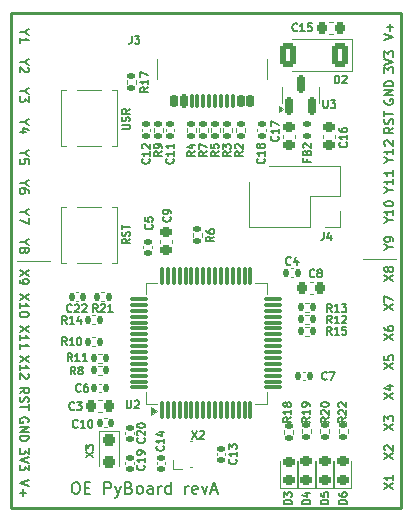
<source format=gbr>
%TF.GenerationSoftware,KiCad,Pcbnew,9.0.4*%
%TF.CreationDate,2025-09-11T17:12:04+01:00*%
%TF.ProjectId,OE PyBoard,4f452050-7942-46f6-9172-642e6b696361,rev?*%
%TF.SameCoordinates,Original*%
%TF.FileFunction,Legend,Top*%
%TF.FilePolarity,Positive*%
%FSLAX46Y46*%
G04 Gerber Fmt 4.6, Leading zero omitted, Abs format (unit mm)*
G04 Created by KiCad (PCBNEW 9.0.4) date 2025-09-11 17:12:04*
%MOMM*%
%LPD*%
G01*
G04 APERTURE LIST*
G04 Aperture macros list*
%AMRoundRect*
0 Rectangle with rounded corners*
0 $1 Rounding radius*
0 $2 $3 $4 $5 $6 $7 $8 $9 X,Y pos of 4 corners*
0 Add a 4 corners polygon primitive as box body*
4,1,4,$2,$3,$4,$5,$6,$7,$8,$9,$2,$3,0*
0 Add four circle primitives for the rounded corners*
1,1,$1+$1,$2,$3*
1,1,$1+$1,$4,$5*
1,1,$1+$1,$6,$7*
1,1,$1+$1,$8,$9*
0 Add four rect primitives between the rounded corners*
20,1,$1+$1,$2,$3,$4,$5,0*
20,1,$1+$1,$4,$5,$6,$7,0*
20,1,$1+$1,$6,$7,$8,$9,0*
20,1,$1+$1,$8,$9,$2,$3,0*%
G04 Aperture macros list end*
%ADD10C,0.100000*%
%ADD11C,0.177800*%
%ADD12C,0.150000*%
%ADD13C,0.203200*%
%ADD14C,0.152400*%
%ADD15C,0.149860*%
%ADD16C,0.120000*%
%ADD17RoundRect,0.250000X-0.300000X0.275000X-0.300000X-0.275000X0.300000X-0.275000X0.300000X0.275000X0*%
%ADD18R,0.900000X0.800000*%
%ADD19R,1.400000X1.600000*%
%ADD20RoundRect,0.150000X0.150000X-0.587500X0.150000X0.587500X-0.150000X0.587500X-0.150000X-0.587500X0*%
%ADD21RoundRect,0.075000X0.700000X-0.075000X0.700000X0.075000X-0.700000X0.075000X-0.700000X-0.075000X0*%
%ADD22RoundRect,0.075000X0.075000X-0.700000X0.075000X0.700000X-0.075000X0.700000X-0.075000X-0.700000X0*%
%ADD23RoundRect,0.135000X-0.185000X0.135000X-0.185000X-0.135000X0.185000X-0.135000X0.185000X0.135000X0*%
%ADD24RoundRect,0.135000X-0.135000X-0.185000X0.135000X-0.185000X0.135000X0.185000X-0.135000X0.185000X0*%
%ADD25RoundRect,0.135000X0.185000X-0.135000X0.185000X0.135000X-0.185000X0.135000X-0.185000X-0.135000X0*%
%ADD26RoundRect,0.135000X0.135000X0.185000X-0.135000X0.185000X-0.135000X-0.185000X0.135000X-0.185000X0*%
%ADD27C,1.700000*%
%ADD28R,1.700000X1.700000*%
%ADD29O,1.000000X1.800000*%
%ADD30O,1.000000X2.100000*%
%ADD31RoundRect,0.150000X0.150000X0.400000X-0.150000X0.400000X-0.150000X-0.400000X0.150000X-0.400000X0*%
%ADD32RoundRect,0.075000X0.075000X0.500000X-0.075000X0.500000X-0.075000X-0.500000X0.075000X-0.500000X0*%
%ADD33RoundRect,0.150000X0.150000X0.425000X-0.150000X0.425000X-0.150000X-0.425000X0.150000X-0.425000X0*%
%ADD34C,0.650000*%
%ADD35RoundRect,0.147500X-0.172500X0.147500X-0.172500X-0.147500X0.172500X-0.147500X0.172500X0.147500X0*%
%ADD36RoundRect,0.218750X0.256250X-0.218750X0.256250X0.218750X-0.256250X0.218750X-0.256250X-0.218750X0*%
%ADD37RoundRect,0.250000X0.450000X0.800000X-0.450000X0.800000X-0.450000X-0.800000X0.450000X-0.800000X0*%
%ADD38RoundRect,0.140000X0.140000X0.170000X-0.140000X0.170000X-0.140000X-0.170000X0.140000X-0.170000X0*%
%ADD39RoundRect,0.140000X0.170000X-0.140000X0.170000X0.140000X-0.170000X0.140000X-0.170000X-0.140000X0*%
%ADD40RoundRect,0.140000X-0.170000X0.140000X-0.170000X-0.140000X0.170000X-0.140000X0.170000X0.140000X0*%
%ADD41RoundRect,0.225000X-0.250000X0.225000X-0.250000X-0.225000X0.250000X-0.225000X0.250000X0.225000X0*%
%ADD42RoundRect,0.225000X0.225000X0.250000X-0.225000X0.250000X-0.225000X-0.250000X0.225000X-0.250000X0*%
%ADD43RoundRect,0.225000X0.250000X-0.225000X0.250000X0.225000X-0.250000X0.225000X-0.250000X-0.225000X0*%
%ADD44RoundRect,0.225000X-0.225000X-0.250000X0.225000X-0.250000X0.225000X0.250000X-0.225000X0.250000X0*%
%ADD45RoundRect,0.140000X-0.140000X-0.170000X0.140000X-0.170000X0.140000X0.170000X-0.140000X0.170000X0*%
%TA.AperFunction,Profile*%
%ADD46C,0.230000*%
%TD*%
G04 APERTURE END LIST*
D10*
X155549600Y-115011200D02*
X158292800Y-115011200D01*
X126238000Y-115214400D02*
X128981200Y-115214400D01*
D11*
X157362985Y-101562855D02*
X157326699Y-101635427D01*
X157326699Y-101635427D02*
X157326699Y-101744284D01*
X157326699Y-101744284D02*
X157362985Y-101853141D01*
X157362985Y-101853141D02*
X157435556Y-101925712D01*
X157435556Y-101925712D02*
X157508128Y-101961998D01*
X157508128Y-101961998D02*
X157653271Y-101998284D01*
X157653271Y-101998284D02*
X157762128Y-101998284D01*
X157762128Y-101998284D02*
X157907271Y-101961998D01*
X157907271Y-101961998D02*
X157979842Y-101925712D01*
X157979842Y-101925712D02*
X158052414Y-101853141D01*
X158052414Y-101853141D02*
X158088699Y-101744284D01*
X158088699Y-101744284D02*
X158088699Y-101671712D01*
X158088699Y-101671712D02*
X158052414Y-101562855D01*
X158052414Y-101562855D02*
X158016128Y-101526569D01*
X158016128Y-101526569D02*
X157762128Y-101526569D01*
X157762128Y-101526569D02*
X157762128Y-101671712D01*
X158088699Y-101199998D02*
X157326699Y-101199998D01*
X157326699Y-101199998D02*
X158088699Y-100764569D01*
X158088699Y-100764569D02*
X157326699Y-100764569D01*
X158088699Y-100401712D02*
X157326699Y-100401712D01*
X157326699Y-100401712D02*
X157326699Y-100220283D01*
X157326699Y-100220283D02*
X157362985Y-100111426D01*
X157362985Y-100111426D02*
X157435556Y-100038855D01*
X157435556Y-100038855D02*
X157508128Y-100002569D01*
X157508128Y-100002569D02*
X157653271Y-99966283D01*
X157653271Y-99966283D02*
X157762128Y-99966283D01*
X157762128Y-99966283D02*
X157907271Y-100002569D01*
X157907271Y-100002569D02*
X157979842Y-100038855D01*
X157979842Y-100038855D02*
X158052414Y-100111426D01*
X158052414Y-100111426D02*
X158088699Y-100220283D01*
X158088699Y-100220283D02*
X158088699Y-100401712D01*
X126804957Y-100824344D02*
X126442100Y-100824344D01*
X127204100Y-100570344D02*
X126804957Y-100824344D01*
X126804957Y-100824344D02*
X127204100Y-101078344D01*
X127204100Y-101259773D02*
X127204100Y-101731487D01*
X127204100Y-101731487D02*
X126913814Y-101477487D01*
X126913814Y-101477487D02*
X126913814Y-101586344D01*
X126913814Y-101586344D02*
X126877528Y-101658916D01*
X126877528Y-101658916D02*
X126841243Y-101695201D01*
X126841243Y-101695201D02*
X126768671Y-101731487D01*
X126768671Y-101731487D02*
X126587243Y-101731487D01*
X126587243Y-101731487D02*
X126514671Y-101695201D01*
X126514671Y-101695201D02*
X126478386Y-101658916D01*
X126478386Y-101658916D02*
X126442100Y-101586344D01*
X126442100Y-101586344D02*
X126442100Y-101368630D01*
X126442100Y-101368630D02*
X126478386Y-101296058D01*
X126478386Y-101296058D02*
X126514671Y-101259773D01*
X157326699Y-134546569D02*
X158088699Y-134038569D01*
X157326699Y-134038569D02*
X158088699Y-134546569D01*
X158088699Y-133349141D02*
X158088699Y-133784570D01*
X158088699Y-133566855D02*
X157326699Y-133566855D01*
X157326699Y-133566855D02*
X157435556Y-133639427D01*
X157435556Y-133639427D02*
X157508128Y-133711998D01*
X157508128Y-133711998D02*
X157544414Y-133784570D01*
X157326699Y-116882054D02*
X158088699Y-116374054D01*
X157326699Y-116374054D02*
X158088699Y-116882054D01*
X157653271Y-115974912D02*
X157616985Y-116047483D01*
X157616985Y-116047483D02*
X157580699Y-116083769D01*
X157580699Y-116083769D02*
X157508128Y-116120055D01*
X157508128Y-116120055D02*
X157471842Y-116120055D01*
X157471842Y-116120055D02*
X157399271Y-116083769D01*
X157399271Y-116083769D02*
X157362985Y-116047483D01*
X157362985Y-116047483D02*
X157326699Y-115974912D01*
X157326699Y-115974912D02*
X157326699Y-115829769D01*
X157326699Y-115829769D02*
X157362985Y-115757198D01*
X157362985Y-115757198D02*
X157399271Y-115720912D01*
X157399271Y-115720912D02*
X157471842Y-115684626D01*
X157471842Y-115684626D02*
X157508128Y-115684626D01*
X157508128Y-115684626D02*
X157580699Y-115720912D01*
X157580699Y-115720912D02*
X157616985Y-115757198D01*
X157616985Y-115757198D02*
X157653271Y-115829769D01*
X157653271Y-115829769D02*
X157653271Y-115974912D01*
X157653271Y-115974912D02*
X157689556Y-116047483D01*
X157689556Y-116047483D02*
X157725842Y-116083769D01*
X157725842Y-116083769D02*
X157798414Y-116120055D01*
X157798414Y-116120055D02*
X157943556Y-116120055D01*
X157943556Y-116120055D02*
X158016128Y-116083769D01*
X158016128Y-116083769D02*
X158052414Y-116047483D01*
X158052414Y-116047483D02*
X158088699Y-115974912D01*
X158088699Y-115974912D02*
X158088699Y-115829769D01*
X158088699Y-115829769D02*
X158052414Y-115757198D01*
X158052414Y-115757198D02*
X158016128Y-115720912D01*
X158016128Y-115720912D02*
X157943556Y-115684626D01*
X157943556Y-115684626D02*
X157798414Y-115684626D01*
X157798414Y-115684626D02*
X157725842Y-115720912D01*
X157725842Y-115720912D02*
X157689556Y-115757198D01*
X157689556Y-115757198D02*
X157653271Y-115829769D01*
X157725842Y-111773655D02*
X158088699Y-111773655D01*
X157326699Y-112027655D02*
X157725842Y-111773655D01*
X157725842Y-111773655D02*
X157326699Y-111519655D01*
X158088699Y-110866512D02*
X158088699Y-111301941D01*
X158088699Y-111084226D02*
X157326699Y-111084226D01*
X157326699Y-111084226D02*
X157435556Y-111156798D01*
X157435556Y-111156798D02*
X157508128Y-111229369D01*
X157508128Y-111229369D02*
X157544414Y-111301941D01*
X157326699Y-110394798D02*
X157326699Y-110322227D01*
X157326699Y-110322227D02*
X157362985Y-110249655D01*
X157362985Y-110249655D02*
X157399271Y-110213370D01*
X157399271Y-110213370D02*
X157471842Y-110177084D01*
X157471842Y-110177084D02*
X157616985Y-110140798D01*
X157616985Y-110140798D02*
X157798414Y-110140798D01*
X157798414Y-110140798D02*
X157943556Y-110177084D01*
X157943556Y-110177084D02*
X158016128Y-110213370D01*
X158016128Y-110213370D02*
X158052414Y-110249655D01*
X158052414Y-110249655D02*
X158088699Y-110322227D01*
X158088699Y-110322227D02*
X158088699Y-110394798D01*
X158088699Y-110394798D02*
X158052414Y-110467370D01*
X158052414Y-110467370D02*
X158016128Y-110503655D01*
X158016128Y-110503655D02*
X157943556Y-110539941D01*
X157943556Y-110539941D02*
X157798414Y-110576227D01*
X157798414Y-110576227D02*
X157616985Y-110576227D01*
X157616985Y-110576227D02*
X157471842Y-110539941D01*
X157471842Y-110539941D02*
X157399271Y-110503655D01*
X157399271Y-110503655D02*
X157362985Y-110467370D01*
X157362985Y-110467370D02*
X157326699Y-110394798D01*
X126804957Y-98335144D02*
X126442100Y-98335144D01*
X127204100Y-98081144D02*
X126804957Y-98335144D01*
X126804957Y-98335144D02*
X127204100Y-98589144D01*
X127131528Y-98806858D02*
X127167814Y-98843144D01*
X127167814Y-98843144D02*
X127204100Y-98915716D01*
X127204100Y-98915716D02*
X127204100Y-99097144D01*
X127204100Y-99097144D02*
X127167814Y-99169716D01*
X127167814Y-99169716D02*
X127131528Y-99206001D01*
X127131528Y-99206001D02*
X127058957Y-99242287D01*
X127058957Y-99242287D02*
X126986386Y-99242287D01*
X126986386Y-99242287D02*
X126877528Y-99206001D01*
X126877528Y-99206001D02*
X126442100Y-98770573D01*
X126442100Y-98770573D02*
X126442100Y-99242287D01*
X127204100Y-120723430D02*
X126442100Y-121231430D01*
X127204100Y-121231430D02*
X126442100Y-120723430D01*
X126442100Y-121920858D02*
X126442100Y-121485429D01*
X126442100Y-121703144D02*
X127204100Y-121703144D01*
X127204100Y-121703144D02*
X127095243Y-121630572D01*
X127095243Y-121630572D02*
X127022671Y-121558001D01*
X127022671Y-121558001D02*
X126986386Y-121485429D01*
X126442100Y-122646572D02*
X126442100Y-122211143D01*
X126442100Y-122428858D02*
X127204100Y-122428858D01*
X127204100Y-122428858D02*
X127095243Y-122356286D01*
X127095243Y-122356286D02*
X127022671Y-122283715D01*
X127022671Y-122283715D02*
X126986386Y-122211143D01*
X157725842Y-109182855D02*
X158088699Y-109182855D01*
X157326699Y-109436855D02*
X157725842Y-109182855D01*
X157725842Y-109182855D02*
X157326699Y-108928855D01*
X158088699Y-108275712D02*
X158088699Y-108711141D01*
X158088699Y-108493426D02*
X157326699Y-108493426D01*
X157326699Y-108493426D02*
X157435556Y-108565998D01*
X157435556Y-108565998D02*
X157508128Y-108638569D01*
X157508128Y-108638569D02*
X157544414Y-108711141D01*
X158088699Y-107549998D02*
X158088699Y-107985427D01*
X158088699Y-107767712D02*
X157326699Y-107767712D01*
X157326699Y-107767712D02*
X157435556Y-107840284D01*
X157435556Y-107840284D02*
X157508128Y-107912855D01*
X157508128Y-107912855D02*
X157544414Y-107985427D01*
X126804957Y-113600770D02*
X126442100Y-113600770D01*
X127204100Y-113346770D02*
X126804957Y-113600770D01*
X126804957Y-113600770D02*
X127204100Y-113854770D01*
X126877528Y-114217627D02*
X126913814Y-114145056D01*
X126913814Y-114145056D02*
X126950100Y-114108770D01*
X126950100Y-114108770D02*
X127022671Y-114072484D01*
X127022671Y-114072484D02*
X127058957Y-114072484D01*
X127058957Y-114072484D02*
X127131528Y-114108770D01*
X127131528Y-114108770D02*
X127167814Y-114145056D01*
X127167814Y-114145056D02*
X127204100Y-114217627D01*
X127204100Y-114217627D02*
X127204100Y-114362770D01*
X127204100Y-114362770D02*
X127167814Y-114435342D01*
X127167814Y-114435342D02*
X127131528Y-114471627D01*
X127131528Y-114471627D02*
X127058957Y-114507913D01*
X127058957Y-114507913D02*
X127022671Y-114507913D01*
X127022671Y-114507913D02*
X126950100Y-114471627D01*
X126950100Y-114471627D02*
X126913814Y-114435342D01*
X126913814Y-114435342D02*
X126877528Y-114362770D01*
X126877528Y-114362770D02*
X126877528Y-114217627D01*
X126877528Y-114217627D02*
X126841243Y-114145056D01*
X126841243Y-114145056D02*
X126804957Y-114108770D01*
X126804957Y-114108770D02*
X126732386Y-114072484D01*
X126732386Y-114072484D02*
X126587243Y-114072484D01*
X126587243Y-114072484D02*
X126514671Y-114108770D01*
X126514671Y-114108770D02*
X126478386Y-114145056D01*
X126478386Y-114145056D02*
X126442100Y-114217627D01*
X126442100Y-114217627D02*
X126442100Y-114362770D01*
X126442100Y-114362770D02*
X126478386Y-114435342D01*
X126478386Y-114435342D02*
X126514671Y-114471627D01*
X126514671Y-114471627D02*
X126587243Y-114507913D01*
X126587243Y-114507913D02*
X126732386Y-114507913D01*
X126732386Y-114507913D02*
X126804957Y-114471627D01*
X126804957Y-114471627D02*
X126841243Y-114435342D01*
X126841243Y-114435342D02*
X126877528Y-114362770D01*
X127204100Y-131086630D02*
X127204100Y-131558344D01*
X127204100Y-131558344D02*
X126913814Y-131304344D01*
X126913814Y-131304344D02*
X126913814Y-131413201D01*
X126913814Y-131413201D02*
X126877528Y-131485773D01*
X126877528Y-131485773D02*
X126841243Y-131522058D01*
X126841243Y-131522058D02*
X126768671Y-131558344D01*
X126768671Y-131558344D02*
X126587243Y-131558344D01*
X126587243Y-131558344D02*
X126514671Y-131522058D01*
X126514671Y-131522058D02*
X126478386Y-131485773D01*
X126478386Y-131485773D02*
X126442100Y-131413201D01*
X126442100Y-131413201D02*
X126442100Y-131195487D01*
X126442100Y-131195487D02*
X126478386Y-131122915D01*
X126478386Y-131122915D02*
X126514671Y-131086630D01*
X127204100Y-131776058D02*
X126442100Y-132030058D01*
X126442100Y-132030058D02*
X127204100Y-132284058D01*
X127204100Y-132465487D02*
X127204100Y-132937201D01*
X127204100Y-132937201D02*
X126913814Y-132683201D01*
X126913814Y-132683201D02*
X126913814Y-132792058D01*
X126913814Y-132792058D02*
X126877528Y-132864630D01*
X126877528Y-132864630D02*
X126841243Y-132900915D01*
X126841243Y-132900915D02*
X126768671Y-132937201D01*
X126768671Y-132937201D02*
X126587243Y-132937201D01*
X126587243Y-132937201D02*
X126514671Y-132900915D01*
X126514671Y-132900915D02*
X126478386Y-132864630D01*
X126478386Y-132864630D02*
X126442100Y-132792058D01*
X126442100Y-132792058D02*
X126442100Y-132574344D01*
X126442100Y-132574344D02*
X126478386Y-132501772D01*
X126478386Y-132501772D02*
X126514671Y-132465487D01*
D12*
X135776568Y-113344170D02*
X135462282Y-113564170D01*
X135776568Y-113721313D02*
X135116568Y-113721313D01*
X135116568Y-113721313D02*
X135116568Y-113469884D01*
X135116568Y-113469884D02*
X135147997Y-113407027D01*
X135147997Y-113407027D02*
X135179425Y-113375598D01*
X135179425Y-113375598D02*
X135242282Y-113344170D01*
X135242282Y-113344170D02*
X135336568Y-113344170D01*
X135336568Y-113344170D02*
X135399425Y-113375598D01*
X135399425Y-113375598D02*
X135430854Y-113407027D01*
X135430854Y-113407027D02*
X135462282Y-113469884D01*
X135462282Y-113469884D02*
X135462282Y-113721313D01*
X135745140Y-113092741D02*
X135776568Y-112998456D01*
X135776568Y-112998456D02*
X135776568Y-112841313D01*
X135776568Y-112841313D02*
X135745140Y-112778456D01*
X135745140Y-112778456D02*
X135713711Y-112747027D01*
X135713711Y-112747027D02*
X135650854Y-112715598D01*
X135650854Y-112715598D02*
X135587997Y-112715598D01*
X135587997Y-112715598D02*
X135525140Y-112747027D01*
X135525140Y-112747027D02*
X135493711Y-112778456D01*
X135493711Y-112778456D02*
X135462282Y-112841313D01*
X135462282Y-112841313D02*
X135430854Y-112967027D01*
X135430854Y-112967027D02*
X135399425Y-113029884D01*
X135399425Y-113029884D02*
X135367997Y-113061313D01*
X135367997Y-113061313D02*
X135305140Y-113092741D01*
X135305140Y-113092741D02*
X135242282Y-113092741D01*
X135242282Y-113092741D02*
X135179425Y-113061313D01*
X135179425Y-113061313D02*
X135147997Y-113029884D01*
X135147997Y-113029884D02*
X135116568Y-112967027D01*
X135116568Y-112967027D02*
X135116568Y-112809884D01*
X135116568Y-112809884D02*
X135147997Y-112715598D01*
X135116568Y-112527027D02*
X135116568Y-112149885D01*
X135776568Y-112338456D02*
X135116568Y-112338456D01*
D11*
X157326699Y-129517369D02*
X158088699Y-129009369D01*
X157326699Y-129009369D02*
X158088699Y-129517369D01*
X157326699Y-128791655D02*
X157326699Y-128319941D01*
X157326699Y-128319941D02*
X157616985Y-128573941D01*
X157616985Y-128573941D02*
X157616985Y-128465084D01*
X157616985Y-128465084D02*
X157653271Y-128392513D01*
X157653271Y-128392513D02*
X157689556Y-128356227D01*
X157689556Y-128356227D02*
X157762128Y-128319941D01*
X157762128Y-128319941D02*
X157943556Y-128319941D01*
X157943556Y-128319941D02*
X158016128Y-128356227D01*
X158016128Y-128356227D02*
X158052414Y-128392513D01*
X158052414Y-128392513D02*
X158088699Y-128465084D01*
X158088699Y-128465084D02*
X158088699Y-128682798D01*
X158088699Y-128682798D02*
X158052414Y-128755370D01*
X158052414Y-128755370D02*
X158016128Y-128791655D01*
X127204100Y-133793544D02*
X126442100Y-134047544D01*
X126442100Y-134047544D02*
X127204100Y-134301544D01*
X126732386Y-134555544D02*
X126732386Y-135136116D01*
X126442100Y-134845830D02*
X127022671Y-134845830D01*
X126804957Y-103465944D02*
X126442100Y-103465944D01*
X127204100Y-103211944D02*
X126804957Y-103465944D01*
X126804957Y-103465944D02*
X127204100Y-103719944D01*
X126950100Y-104300516D02*
X126442100Y-104300516D01*
X127240386Y-104119087D02*
X126696100Y-103937658D01*
X126696100Y-103937658D02*
X126696100Y-104409373D01*
X126804957Y-111100652D02*
X126442100Y-111100652D01*
X127204100Y-110846652D02*
X126804957Y-111100652D01*
X126804957Y-111100652D02*
X127204100Y-111354652D01*
X127204100Y-111536081D02*
X127204100Y-112044081D01*
X127204100Y-112044081D02*
X126442100Y-111717509D01*
X126804957Y-108600534D02*
X126442100Y-108600534D01*
X127204100Y-108346534D02*
X126804957Y-108600534D01*
X126804957Y-108600534D02*
X127204100Y-108854534D01*
X127204100Y-109435106D02*
X127204100Y-109289963D01*
X127204100Y-109289963D02*
X127167814Y-109217391D01*
X127167814Y-109217391D02*
X127131528Y-109181106D01*
X127131528Y-109181106D02*
X127022671Y-109108534D01*
X127022671Y-109108534D02*
X126877528Y-109072248D01*
X126877528Y-109072248D02*
X126587243Y-109072248D01*
X126587243Y-109072248D02*
X126514671Y-109108534D01*
X126514671Y-109108534D02*
X126478386Y-109144820D01*
X126478386Y-109144820D02*
X126442100Y-109217391D01*
X126442100Y-109217391D02*
X126442100Y-109362534D01*
X126442100Y-109362534D02*
X126478386Y-109435106D01*
X126478386Y-109435106D02*
X126514671Y-109471391D01*
X126514671Y-109471391D02*
X126587243Y-109507677D01*
X126587243Y-109507677D02*
X126768671Y-109507677D01*
X126768671Y-109507677D02*
X126841243Y-109471391D01*
X126841243Y-109471391D02*
X126877528Y-109435106D01*
X126877528Y-109435106D02*
X126913814Y-109362534D01*
X126913814Y-109362534D02*
X126913814Y-109217391D01*
X126913814Y-109217391D02*
X126877528Y-109144820D01*
X126877528Y-109144820D02*
X126841243Y-109108534D01*
X126841243Y-109108534D02*
X126768671Y-109072248D01*
X157326699Y-119383785D02*
X158088699Y-118875785D01*
X157326699Y-118875785D02*
X158088699Y-119383785D01*
X157326699Y-118658071D02*
X157326699Y-118150071D01*
X157326699Y-118150071D02*
X158088699Y-118476643D01*
X157326699Y-121885516D02*
X158088699Y-121377516D01*
X157326699Y-121377516D02*
X158088699Y-121885516D01*
X157326699Y-120760660D02*
X157326699Y-120905802D01*
X157326699Y-120905802D02*
X157362985Y-120978374D01*
X157362985Y-120978374D02*
X157399271Y-121014660D01*
X157399271Y-121014660D02*
X157508128Y-121087231D01*
X157508128Y-121087231D02*
X157653271Y-121123517D01*
X157653271Y-121123517D02*
X157943556Y-121123517D01*
X157943556Y-121123517D02*
X158016128Y-121087231D01*
X158016128Y-121087231D02*
X158052414Y-121050945D01*
X158052414Y-121050945D02*
X158088699Y-120978374D01*
X158088699Y-120978374D02*
X158088699Y-120833231D01*
X158088699Y-120833231D02*
X158052414Y-120760660D01*
X158052414Y-120760660D02*
X158016128Y-120724374D01*
X158016128Y-120724374D02*
X157943556Y-120688088D01*
X157943556Y-120688088D02*
X157762128Y-120688088D01*
X157762128Y-120688088D02*
X157689556Y-120724374D01*
X157689556Y-120724374D02*
X157653271Y-120760660D01*
X157653271Y-120760660D02*
X157616985Y-120833231D01*
X157616985Y-120833231D02*
X157616985Y-120978374D01*
X157616985Y-120978374D02*
X157653271Y-121050945D01*
X157653271Y-121050945D02*
X157689556Y-121087231D01*
X157689556Y-121087231D02*
X157762128Y-121123517D01*
D13*
X131102837Y-133919652D02*
X131293313Y-133919652D01*
X131293313Y-133919652D02*
X131388551Y-133967271D01*
X131388551Y-133967271D02*
X131483789Y-134062509D01*
X131483789Y-134062509D02*
X131531408Y-134252985D01*
X131531408Y-134252985D02*
X131531408Y-134586318D01*
X131531408Y-134586318D02*
X131483789Y-134776794D01*
X131483789Y-134776794D02*
X131388551Y-134872033D01*
X131388551Y-134872033D02*
X131293313Y-134919652D01*
X131293313Y-134919652D02*
X131102837Y-134919652D01*
X131102837Y-134919652D02*
X131007599Y-134872033D01*
X131007599Y-134872033D02*
X130912361Y-134776794D01*
X130912361Y-134776794D02*
X130864742Y-134586318D01*
X130864742Y-134586318D02*
X130864742Y-134252985D01*
X130864742Y-134252985D02*
X130912361Y-134062509D01*
X130912361Y-134062509D02*
X131007599Y-133967271D01*
X131007599Y-133967271D02*
X131102837Y-133919652D01*
X131959980Y-134395842D02*
X132293313Y-134395842D01*
X132436170Y-134919652D02*
X131959980Y-134919652D01*
X131959980Y-134919652D02*
X131959980Y-133919652D01*
X131959980Y-133919652D02*
X132436170Y-133919652D01*
X133626647Y-134919652D02*
X133626647Y-133919652D01*
X133626647Y-133919652D02*
X134007599Y-133919652D01*
X134007599Y-133919652D02*
X134102837Y-133967271D01*
X134102837Y-133967271D02*
X134150456Y-134014890D01*
X134150456Y-134014890D02*
X134198075Y-134110128D01*
X134198075Y-134110128D02*
X134198075Y-134252985D01*
X134198075Y-134252985D02*
X134150456Y-134348223D01*
X134150456Y-134348223D02*
X134102837Y-134395842D01*
X134102837Y-134395842D02*
X134007599Y-134443461D01*
X134007599Y-134443461D02*
X133626647Y-134443461D01*
X134531409Y-134252985D02*
X134769504Y-134919652D01*
X135007599Y-134252985D02*
X134769504Y-134919652D01*
X134769504Y-134919652D02*
X134674266Y-135157747D01*
X134674266Y-135157747D02*
X134626647Y-135205366D01*
X134626647Y-135205366D02*
X134531409Y-135252985D01*
X135721885Y-134395842D02*
X135864742Y-134443461D01*
X135864742Y-134443461D02*
X135912361Y-134491080D01*
X135912361Y-134491080D02*
X135959980Y-134586318D01*
X135959980Y-134586318D02*
X135959980Y-134729175D01*
X135959980Y-134729175D02*
X135912361Y-134824413D01*
X135912361Y-134824413D02*
X135864742Y-134872033D01*
X135864742Y-134872033D02*
X135769504Y-134919652D01*
X135769504Y-134919652D02*
X135388552Y-134919652D01*
X135388552Y-134919652D02*
X135388552Y-133919652D01*
X135388552Y-133919652D02*
X135721885Y-133919652D01*
X135721885Y-133919652D02*
X135817123Y-133967271D01*
X135817123Y-133967271D02*
X135864742Y-134014890D01*
X135864742Y-134014890D02*
X135912361Y-134110128D01*
X135912361Y-134110128D02*
X135912361Y-134205366D01*
X135912361Y-134205366D02*
X135864742Y-134300604D01*
X135864742Y-134300604D02*
X135817123Y-134348223D01*
X135817123Y-134348223D02*
X135721885Y-134395842D01*
X135721885Y-134395842D02*
X135388552Y-134395842D01*
X136531409Y-134919652D02*
X136436171Y-134872033D01*
X136436171Y-134872033D02*
X136388552Y-134824413D01*
X136388552Y-134824413D02*
X136340933Y-134729175D01*
X136340933Y-134729175D02*
X136340933Y-134443461D01*
X136340933Y-134443461D02*
X136388552Y-134348223D01*
X136388552Y-134348223D02*
X136436171Y-134300604D01*
X136436171Y-134300604D02*
X136531409Y-134252985D01*
X136531409Y-134252985D02*
X136674266Y-134252985D01*
X136674266Y-134252985D02*
X136769504Y-134300604D01*
X136769504Y-134300604D02*
X136817123Y-134348223D01*
X136817123Y-134348223D02*
X136864742Y-134443461D01*
X136864742Y-134443461D02*
X136864742Y-134729175D01*
X136864742Y-134729175D02*
X136817123Y-134824413D01*
X136817123Y-134824413D02*
X136769504Y-134872033D01*
X136769504Y-134872033D02*
X136674266Y-134919652D01*
X136674266Y-134919652D02*
X136531409Y-134919652D01*
X137721885Y-134919652D02*
X137721885Y-134395842D01*
X137721885Y-134395842D02*
X137674266Y-134300604D01*
X137674266Y-134300604D02*
X137579028Y-134252985D01*
X137579028Y-134252985D02*
X137388552Y-134252985D01*
X137388552Y-134252985D02*
X137293314Y-134300604D01*
X137721885Y-134872033D02*
X137626647Y-134919652D01*
X137626647Y-134919652D02*
X137388552Y-134919652D01*
X137388552Y-134919652D02*
X137293314Y-134872033D01*
X137293314Y-134872033D02*
X137245695Y-134776794D01*
X137245695Y-134776794D02*
X137245695Y-134681556D01*
X137245695Y-134681556D02*
X137293314Y-134586318D01*
X137293314Y-134586318D02*
X137388552Y-134538699D01*
X137388552Y-134538699D02*
X137626647Y-134538699D01*
X137626647Y-134538699D02*
X137721885Y-134491080D01*
X138198076Y-134919652D02*
X138198076Y-134252985D01*
X138198076Y-134443461D02*
X138245695Y-134348223D01*
X138245695Y-134348223D02*
X138293314Y-134300604D01*
X138293314Y-134300604D02*
X138388552Y-134252985D01*
X138388552Y-134252985D02*
X138483790Y-134252985D01*
X139245695Y-134919652D02*
X139245695Y-133919652D01*
X139245695Y-134872033D02*
X139150457Y-134919652D01*
X139150457Y-134919652D02*
X138959981Y-134919652D01*
X138959981Y-134919652D02*
X138864743Y-134872033D01*
X138864743Y-134872033D02*
X138817124Y-134824413D01*
X138817124Y-134824413D02*
X138769505Y-134729175D01*
X138769505Y-134729175D02*
X138769505Y-134443461D01*
X138769505Y-134443461D02*
X138817124Y-134348223D01*
X138817124Y-134348223D02*
X138864743Y-134300604D01*
X138864743Y-134300604D02*
X138959981Y-134252985D01*
X138959981Y-134252985D02*
X139150457Y-134252985D01*
X139150457Y-134252985D02*
X139245695Y-134300604D01*
X140483791Y-134919652D02*
X140483791Y-134252985D01*
X140483791Y-134443461D02*
X140531410Y-134348223D01*
X140531410Y-134348223D02*
X140579029Y-134300604D01*
X140579029Y-134300604D02*
X140674267Y-134252985D01*
X140674267Y-134252985D02*
X140769505Y-134252985D01*
X141483791Y-134872033D02*
X141388553Y-134919652D01*
X141388553Y-134919652D02*
X141198077Y-134919652D01*
X141198077Y-134919652D02*
X141102839Y-134872033D01*
X141102839Y-134872033D02*
X141055220Y-134776794D01*
X141055220Y-134776794D02*
X141055220Y-134395842D01*
X141055220Y-134395842D02*
X141102839Y-134300604D01*
X141102839Y-134300604D02*
X141198077Y-134252985D01*
X141198077Y-134252985D02*
X141388553Y-134252985D01*
X141388553Y-134252985D02*
X141483791Y-134300604D01*
X141483791Y-134300604D02*
X141531410Y-134395842D01*
X141531410Y-134395842D02*
X141531410Y-134491080D01*
X141531410Y-134491080D02*
X141055220Y-134586318D01*
X141864744Y-134252985D02*
X142102839Y-134919652D01*
X142102839Y-134919652D02*
X142340934Y-134252985D01*
X142674268Y-134633937D02*
X143150458Y-134633937D01*
X142579030Y-134919652D02*
X142912363Y-133919652D01*
X142912363Y-133919652D02*
X143245696Y-134919652D01*
D11*
X157725842Y-114059655D02*
X158088699Y-114059655D01*
X157326699Y-114313655D02*
X157725842Y-114059655D01*
X157725842Y-114059655D02*
X157326699Y-113805655D01*
X158088699Y-113515369D02*
X158088699Y-113370226D01*
X158088699Y-113370226D02*
X158052414Y-113297655D01*
X158052414Y-113297655D02*
X158016128Y-113261369D01*
X158016128Y-113261369D02*
X157907271Y-113188798D01*
X157907271Y-113188798D02*
X157762128Y-113152512D01*
X157762128Y-113152512D02*
X157471842Y-113152512D01*
X157471842Y-113152512D02*
X157399271Y-113188798D01*
X157399271Y-113188798D02*
X157362985Y-113225084D01*
X157362985Y-113225084D02*
X157326699Y-113297655D01*
X157326699Y-113297655D02*
X157326699Y-113442798D01*
X157326699Y-113442798D02*
X157362985Y-113515369D01*
X157362985Y-113515369D02*
X157399271Y-113551655D01*
X157399271Y-113551655D02*
X157471842Y-113587941D01*
X157471842Y-113587941D02*
X157653271Y-113587941D01*
X157653271Y-113587941D02*
X157725842Y-113551655D01*
X157725842Y-113551655D02*
X157762128Y-113515369D01*
X157762128Y-113515369D02*
X157798414Y-113442798D01*
X157798414Y-113442798D02*
X157798414Y-113297655D01*
X157798414Y-113297655D02*
X157762128Y-113225084D01*
X157762128Y-113225084D02*
X157725842Y-113188798D01*
X157725842Y-113188798D02*
X157653271Y-113152512D01*
X126804957Y-95845944D02*
X126442100Y-95845944D01*
X127204100Y-95591944D02*
X126804957Y-95845944D01*
X126804957Y-95845944D02*
X127204100Y-96099944D01*
X126442100Y-96753087D02*
X126442100Y-96317658D01*
X126442100Y-96535373D02*
X127204100Y-96535373D01*
X127204100Y-96535373D02*
X127095243Y-96462801D01*
X127095243Y-96462801D02*
X127022671Y-96390230D01*
X127022671Y-96390230D02*
X126986386Y-96317658D01*
D12*
X135114518Y-104050480D02*
X135648804Y-104050480D01*
X135648804Y-104050480D02*
X135711661Y-104019051D01*
X135711661Y-104019051D02*
X135743090Y-103987623D01*
X135743090Y-103987623D02*
X135774518Y-103924765D01*
X135774518Y-103924765D02*
X135774518Y-103799051D01*
X135774518Y-103799051D02*
X135743090Y-103736194D01*
X135743090Y-103736194D02*
X135711661Y-103704765D01*
X135711661Y-103704765D02*
X135648804Y-103673337D01*
X135648804Y-103673337D02*
X135114518Y-103673337D01*
X135743090Y-103390479D02*
X135774518Y-103296194D01*
X135774518Y-103296194D02*
X135774518Y-103139051D01*
X135774518Y-103139051D02*
X135743090Y-103076194D01*
X135743090Y-103076194D02*
X135711661Y-103044765D01*
X135711661Y-103044765D02*
X135648804Y-103013336D01*
X135648804Y-103013336D02*
X135585947Y-103013336D01*
X135585947Y-103013336D02*
X135523090Y-103044765D01*
X135523090Y-103044765D02*
X135491661Y-103076194D01*
X135491661Y-103076194D02*
X135460232Y-103139051D01*
X135460232Y-103139051D02*
X135428804Y-103264765D01*
X135428804Y-103264765D02*
X135397375Y-103327622D01*
X135397375Y-103327622D02*
X135365947Y-103359051D01*
X135365947Y-103359051D02*
X135303090Y-103390479D01*
X135303090Y-103390479D02*
X135240232Y-103390479D01*
X135240232Y-103390479D02*
X135177375Y-103359051D01*
X135177375Y-103359051D02*
X135145947Y-103327622D01*
X135145947Y-103327622D02*
X135114518Y-103264765D01*
X135114518Y-103264765D02*
X135114518Y-103107622D01*
X135114518Y-103107622D02*
X135145947Y-103013336D01*
X135774518Y-102353337D02*
X135460232Y-102573337D01*
X135774518Y-102730480D02*
X135114518Y-102730480D01*
X135114518Y-102730480D02*
X135114518Y-102479051D01*
X135114518Y-102479051D02*
X135145947Y-102416194D01*
X135145947Y-102416194D02*
X135177375Y-102384765D01*
X135177375Y-102384765D02*
X135240232Y-102353337D01*
X135240232Y-102353337D02*
X135334518Y-102353337D01*
X135334518Y-102353337D02*
X135397375Y-102384765D01*
X135397375Y-102384765D02*
X135428804Y-102416194D01*
X135428804Y-102416194D02*
X135460232Y-102479051D01*
X135460232Y-102479051D02*
X135460232Y-102730480D01*
D11*
X158088699Y-103914169D02*
X157725842Y-104168169D01*
X158088699Y-104349598D02*
X157326699Y-104349598D01*
X157326699Y-104349598D02*
X157326699Y-104059312D01*
X157326699Y-104059312D02*
X157362985Y-103986741D01*
X157362985Y-103986741D02*
X157399271Y-103950455D01*
X157399271Y-103950455D02*
X157471842Y-103914169D01*
X157471842Y-103914169D02*
X157580699Y-103914169D01*
X157580699Y-103914169D02*
X157653271Y-103950455D01*
X157653271Y-103950455D02*
X157689556Y-103986741D01*
X157689556Y-103986741D02*
X157725842Y-104059312D01*
X157725842Y-104059312D02*
X157725842Y-104349598D01*
X158052414Y-103623884D02*
X158088699Y-103515027D01*
X158088699Y-103515027D02*
X158088699Y-103333598D01*
X158088699Y-103333598D02*
X158052414Y-103261027D01*
X158052414Y-103261027D02*
X158016128Y-103224741D01*
X158016128Y-103224741D02*
X157943556Y-103188455D01*
X157943556Y-103188455D02*
X157870985Y-103188455D01*
X157870985Y-103188455D02*
X157798414Y-103224741D01*
X157798414Y-103224741D02*
X157762128Y-103261027D01*
X157762128Y-103261027D02*
X157725842Y-103333598D01*
X157725842Y-103333598D02*
X157689556Y-103478741D01*
X157689556Y-103478741D02*
X157653271Y-103551312D01*
X157653271Y-103551312D02*
X157616985Y-103587598D01*
X157616985Y-103587598D02*
X157544414Y-103623884D01*
X157544414Y-103623884D02*
X157471842Y-103623884D01*
X157471842Y-103623884D02*
X157399271Y-103587598D01*
X157399271Y-103587598D02*
X157362985Y-103551312D01*
X157362985Y-103551312D02*
X157326699Y-103478741D01*
X157326699Y-103478741D02*
X157326699Y-103297312D01*
X157326699Y-103297312D02*
X157362985Y-103188455D01*
X157326699Y-102970741D02*
X157326699Y-102535313D01*
X158088699Y-102753027D02*
X157326699Y-102753027D01*
X157326699Y-126888977D02*
X158088699Y-126380977D01*
X157326699Y-126380977D02*
X158088699Y-126888977D01*
X157580699Y-125764121D02*
X158088699Y-125764121D01*
X157290414Y-125945549D02*
X157834699Y-126126978D01*
X157834699Y-126126978D02*
X157834699Y-125655263D01*
X157326699Y-132006569D02*
X158088699Y-131498569D01*
X157326699Y-131498569D02*
X158088699Y-132006569D01*
X157399271Y-131244570D02*
X157362985Y-131208284D01*
X157362985Y-131208284D02*
X157326699Y-131135713D01*
X157326699Y-131135713D02*
X157326699Y-130954284D01*
X157326699Y-130954284D02*
X157362985Y-130881713D01*
X157362985Y-130881713D02*
X157399271Y-130845427D01*
X157399271Y-130845427D02*
X157471842Y-130809141D01*
X157471842Y-130809141D02*
X157544414Y-130809141D01*
X157544414Y-130809141D02*
X157653271Y-130845427D01*
X157653271Y-130845427D02*
X158088699Y-131280855D01*
X158088699Y-131280855D02*
X158088699Y-130809141D01*
X127204100Y-118031030D02*
X126442100Y-118539030D01*
X127204100Y-118539030D02*
X126442100Y-118031030D01*
X126442100Y-119228458D02*
X126442100Y-118793029D01*
X126442100Y-119010744D02*
X127204100Y-119010744D01*
X127204100Y-119010744D02*
X127095243Y-118938172D01*
X127095243Y-118938172D02*
X127022671Y-118865601D01*
X127022671Y-118865601D02*
X126986386Y-118793029D01*
X127204100Y-119700172D02*
X127204100Y-119772743D01*
X127204100Y-119772743D02*
X127167814Y-119845315D01*
X127167814Y-119845315D02*
X127131528Y-119881601D01*
X127131528Y-119881601D02*
X127058957Y-119917886D01*
X127058957Y-119917886D02*
X126913814Y-119954172D01*
X126913814Y-119954172D02*
X126732386Y-119954172D01*
X126732386Y-119954172D02*
X126587243Y-119917886D01*
X126587243Y-119917886D02*
X126514671Y-119881601D01*
X126514671Y-119881601D02*
X126478386Y-119845315D01*
X126478386Y-119845315D02*
X126442100Y-119772743D01*
X126442100Y-119772743D02*
X126442100Y-119700172D01*
X126442100Y-119700172D02*
X126478386Y-119627601D01*
X126478386Y-119627601D02*
X126514671Y-119591315D01*
X126514671Y-119591315D02*
X126587243Y-119555029D01*
X126587243Y-119555029D02*
X126732386Y-119518743D01*
X126732386Y-119518743D02*
X126913814Y-119518743D01*
X126913814Y-119518743D02*
X127058957Y-119555029D01*
X127058957Y-119555029D02*
X127131528Y-119591315D01*
X127131528Y-119591315D02*
X127167814Y-119627601D01*
X127167814Y-119627601D02*
X127204100Y-119700172D01*
X157326699Y-124387246D02*
X158088699Y-123879246D01*
X157326699Y-123879246D02*
X158088699Y-124387246D01*
X157326699Y-123226104D02*
X157326699Y-123588961D01*
X157326699Y-123588961D02*
X157689556Y-123625247D01*
X157689556Y-123625247D02*
X157653271Y-123588961D01*
X157653271Y-123588961D02*
X157616985Y-123516390D01*
X157616985Y-123516390D02*
X157616985Y-123334961D01*
X157616985Y-123334961D02*
X157653271Y-123262390D01*
X157653271Y-123262390D02*
X157689556Y-123226104D01*
X157689556Y-123226104D02*
X157762128Y-123189818D01*
X157762128Y-123189818D02*
X157943556Y-123189818D01*
X157943556Y-123189818D02*
X158016128Y-123226104D01*
X158016128Y-123226104D02*
X158052414Y-123262390D01*
X158052414Y-123262390D02*
X158088699Y-123334961D01*
X158088699Y-123334961D02*
X158088699Y-123516390D01*
X158088699Y-123516390D02*
X158052414Y-123588961D01*
X158052414Y-123588961D02*
X158016128Y-123625247D01*
X157326699Y-96482855D02*
X158088699Y-96228855D01*
X158088699Y-96228855D02*
X157326699Y-95974855D01*
X157798414Y-95720855D02*
X157798414Y-95140284D01*
X158088699Y-95430569D02*
X157508128Y-95430569D01*
X126804957Y-106100416D02*
X126442100Y-106100416D01*
X127204100Y-105846416D02*
X126804957Y-106100416D01*
X126804957Y-106100416D02*
X127204100Y-106354416D01*
X127204100Y-106971273D02*
X127204100Y-106608416D01*
X127204100Y-106608416D02*
X126841243Y-106572130D01*
X126841243Y-106572130D02*
X126877528Y-106608416D01*
X126877528Y-106608416D02*
X126913814Y-106680988D01*
X126913814Y-106680988D02*
X126913814Y-106862416D01*
X126913814Y-106862416D02*
X126877528Y-106934988D01*
X126877528Y-106934988D02*
X126841243Y-106971273D01*
X126841243Y-106971273D02*
X126768671Y-107007559D01*
X126768671Y-107007559D02*
X126587243Y-107007559D01*
X126587243Y-107007559D02*
X126514671Y-106971273D01*
X126514671Y-106971273D02*
X126478386Y-106934988D01*
X126478386Y-106934988D02*
X126442100Y-106862416D01*
X126442100Y-106862416D02*
X126442100Y-106680988D01*
X126442100Y-106680988D02*
X126478386Y-106608416D01*
X126478386Y-106608416D02*
X126514671Y-106572130D01*
X127204100Y-115948230D02*
X126442100Y-116456230D01*
X127204100Y-116456230D02*
X126442100Y-115948230D01*
X126442100Y-116782801D02*
X126442100Y-116927944D01*
X126442100Y-116927944D02*
X126478386Y-117000515D01*
X126478386Y-117000515D02*
X126514671Y-117036801D01*
X126514671Y-117036801D02*
X126623528Y-117109372D01*
X126623528Y-117109372D02*
X126768671Y-117145658D01*
X126768671Y-117145658D02*
X127058957Y-117145658D01*
X127058957Y-117145658D02*
X127131528Y-117109372D01*
X127131528Y-117109372D02*
X127167814Y-117073087D01*
X127167814Y-117073087D02*
X127204100Y-117000515D01*
X127204100Y-117000515D02*
X127204100Y-116855372D01*
X127204100Y-116855372D02*
X127167814Y-116782801D01*
X127167814Y-116782801D02*
X127131528Y-116746515D01*
X127131528Y-116746515D02*
X127058957Y-116710229D01*
X127058957Y-116710229D02*
X126877528Y-116710229D01*
X126877528Y-116710229D02*
X126804957Y-116746515D01*
X126804957Y-116746515D02*
X126768671Y-116782801D01*
X126768671Y-116782801D02*
X126732386Y-116855372D01*
X126732386Y-116855372D02*
X126732386Y-117000515D01*
X126732386Y-117000515D02*
X126768671Y-117073087D01*
X126768671Y-117073087D02*
X126804957Y-117109372D01*
X126804957Y-117109372D02*
X126877528Y-117145658D01*
X127167814Y-128865944D02*
X127204100Y-128793373D01*
X127204100Y-128793373D02*
X127204100Y-128684515D01*
X127204100Y-128684515D02*
X127167814Y-128575658D01*
X127167814Y-128575658D02*
X127095243Y-128503087D01*
X127095243Y-128503087D02*
X127022671Y-128466801D01*
X127022671Y-128466801D02*
X126877528Y-128430515D01*
X126877528Y-128430515D02*
X126768671Y-128430515D01*
X126768671Y-128430515D02*
X126623528Y-128466801D01*
X126623528Y-128466801D02*
X126550957Y-128503087D01*
X126550957Y-128503087D02*
X126478386Y-128575658D01*
X126478386Y-128575658D02*
X126442100Y-128684515D01*
X126442100Y-128684515D02*
X126442100Y-128757087D01*
X126442100Y-128757087D02*
X126478386Y-128865944D01*
X126478386Y-128865944D02*
X126514671Y-128902230D01*
X126514671Y-128902230D02*
X126768671Y-128902230D01*
X126768671Y-128902230D02*
X126768671Y-128757087D01*
X126442100Y-129228801D02*
X127204100Y-129228801D01*
X127204100Y-129228801D02*
X126442100Y-129664230D01*
X126442100Y-129664230D02*
X127204100Y-129664230D01*
X126442100Y-130027087D02*
X127204100Y-130027087D01*
X127204100Y-130027087D02*
X127204100Y-130208516D01*
X127204100Y-130208516D02*
X127167814Y-130317373D01*
X127167814Y-130317373D02*
X127095243Y-130389944D01*
X127095243Y-130389944D02*
X127022671Y-130426230D01*
X127022671Y-130426230D02*
X126877528Y-130462516D01*
X126877528Y-130462516D02*
X126768671Y-130462516D01*
X126768671Y-130462516D02*
X126623528Y-130426230D01*
X126623528Y-130426230D02*
X126550957Y-130389944D01*
X126550957Y-130389944D02*
X126478386Y-130317373D01*
X126478386Y-130317373D02*
X126442100Y-130208516D01*
X126442100Y-130208516D02*
X126442100Y-130027087D01*
X127204100Y-123263430D02*
X126442100Y-123771430D01*
X127204100Y-123771430D02*
X126442100Y-123263430D01*
X126442100Y-124460858D02*
X126442100Y-124025429D01*
X126442100Y-124243144D02*
X127204100Y-124243144D01*
X127204100Y-124243144D02*
X127095243Y-124170572D01*
X127095243Y-124170572D02*
X127022671Y-124098001D01*
X127022671Y-124098001D02*
X126986386Y-124025429D01*
X127131528Y-124751143D02*
X127167814Y-124787429D01*
X127167814Y-124787429D02*
X127204100Y-124860001D01*
X127204100Y-124860001D02*
X127204100Y-125041429D01*
X127204100Y-125041429D02*
X127167814Y-125114001D01*
X127167814Y-125114001D02*
X127131528Y-125150286D01*
X127131528Y-125150286D02*
X127058957Y-125186572D01*
X127058957Y-125186572D02*
X126986386Y-125186572D01*
X126986386Y-125186572D02*
X126877528Y-125150286D01*
X126877528Y-125150286D02*
X126442100Y-124714858D01*
X126442100Y-124714858D02*
X126442100Y-125186572D01*
X157326699Y-99291369D02*
X157326699Y-98819655D01*
X157326699Y-98819655D02*
X157616985Y-99073655D01*
X157616985Y-99073655D02*
X157616985Y-98964798D01*
X157616985Y-98964798D02*
X157653271Y-98892227D01*
X157653271Y-98892227D02*
X157689556Y-98855941D01*
X157689556Y-98855941D02*
X157762128Y-98819655D01*
X157762128Y-98819655D02*
X157943556Y-98819655D01*
X157943556Y-98819655D02*
X158016128Y-98855941D01*
X158016128Y-98855941D02*
X158052414Y-98892227D01*
X158052414Y-98892227D02*
X158088699Y-98964798D01*
X158088699Y-98964798D02*
X158088699Y-99182512D01*
X158088699Y-99182512D02*
X158052414Y-99255084D01*
X158052414Y-99255084D02*
X158016128Y-99291369D01*
X157326699Y-98601941D02*
X158088699Y-98347941D01*
X158088699Y-98347941D02*
X157326699Y-98093941D01*
X157326699Y-97912512D02*
X157326699Y-97440798D01*
X157326699Y-97440798D02*
X157616985Y-97694798D01*
X157616985Y-97694798D02*
X157616985Y-97585941D01*
X157616985Y-97585941D02*
X157653271Y-97513370D01*
X157653271Y-97513370D02*
X157689556Y-97477084D01*
X157689556Y-97477084D02*
X157762128Y-97440798D01*
X157762128Y-97440798D02*
X157943556Y-97440798D01*
X157943556Y-97440798D02*
X158016128Y-97477084D01*
X158016128Y-97477084D02*
X158052414Y-97513370D01*
X158052414Y-97513370D02*
X158088699Y-97585941D01*
X158088699Y-97585941D02*
X158088699Y-97803655D01*
X158088699Y-97803655D02*
X158052414Y-97876227D01*
X158052414Y-97876227D02*
X158016128Y-97912512D01*
X126442100Y-126413030D02*
X126804957Y-126159030D01*
X126442100Y-125977601D02*
X127204100Y-125977601D01*
X127204100Y-125977601D02*
X127204100Y-126267887D01*
X127204100Y-126267887D02*
X127167814Y-126340458D01*
X127167814Y-126340458D02*
X127131528Y-126376744D01*
X127131528Y-126376744D02*
X127058957Y-126413030D01*
X127058957Y-126413030D02*
X126950100Y-126413030D01*
X126950100Y-126413030D02*
X126877528Y-126376744D01*
X126877528Y-126376744D02*
X126841243Y-126340458D01*
X126841243Y-126340458D02*
X126804957Y-126267887D01*
X126804957Y-126267887D02*
X126804957Y-125977601D01*
X126478386Y-126703315D02*
X126442100Y-126812173D01*
X126442100Y-126812173D02*
X126442100Y-126993601D01*
X126442100Y-126993601D02*
X126478386Y-127066173D01*
X126478386Y-127066173D02*
X126514671Y-127102458D01*
X126514671Y-127102458D02*
X126587243Y-127138744D01*
X126587243Y-127138744D02*
X126659814Y-127138744D01*
X126659814Y-127138744D02*
X126732386Y-127102458D01*
X126732386Y-127102458D02*
X126768671Y-127066173D01*
X126768671Y-127066173D02*
X126804957Y-126993601D01*
X126804957Y-126993601D02*
X126841243Y-126848458D01*
X126841243Y-126848458D02*
X126877528Y-126775887D01*
X126877528Y-126775887D02*
X126913814Y-126739601D01*
X126913814Y-126739601D02*
X126986386Y-126703315D01*
X126986386Y-126703315D02*
X127058957Y-126703315D01*
X127058957Y-126703315D02*
X127131528Y-126739601D01*
X127131528Y-126739601D02*
X127167814Y-126775887D01*
X127167814Y-126775887D02*
X127204100Y-126848458D01*
X127204100Y-126848458D02*
X127204100Y-127029887D01*
X127204100Y-127029887D02*
X127167814Y-127138744D01*
X127204100Y-127356458D02*
X127204100Y-127791887D01*
X126442100Y-127574172D02*
X127204100Y-127574172D01*
X157725842Y-106642855D02*
X158088699Y-106642855D01*
X157326699Y-106896855D02*
X157725842Y-106642855D01*
X157725842Y-106642855D02*
X157326699Y-106388855D01*
X158088699Y-105735712D02*
X158088699Y-106171141D01*
X158088699Y-105953426D02*
X157326699Y-105953426D01*
X157326699Y-105953426D02*
X157435556Y-106025998D01*
X157435556Y-106025998D02*
X157508128Y-106098569D01*
X157508128Y-106098569D02*
X157544414Y-106171141D01*
X157399271Y-105445427D02*
X157362985Y-105409141D01*
X157362985Y-105409141D02*
X157326699Y-105336570D01*
X157326699Y-105336570D02*
X157326699Y-105155141D01*
X157326699Y-105155141D02*
X157362985Y-105082570D01*
X157362985Y-105082570D02*
X157399271Y-105046284D01*
X157399271Y-105046284D02*
X157471842Y-105009998D01*
X157471842Y-105009998D02*
X157544414Y-105009998D01*
X157544414Y-105009998D02*
X157653271Y-105046284D01*
X157653271Y-105046284D02*
X158088699Y-105481712D01*
X158088699Y-105481712D02*
X158088699Y-105009998D01*
D14*
X132024049Y-131823852D02*
X132684449Y-131383585D01*
X132024049Y-131383585D02*
X132684449Y-131823852D01*
X132024049Y-131194900D02*
X132024049Y-130786081D01*
X132024049Y-130786081D02*
X132275630Y-131006214D01*
X132275630Y-131006214D02*
X132275630Y-130911871D01*
X132275630Y-130911871D02*
X132307078Y-130848976D01*
X132307078Y-130848976D02*
X132338525Y-130817528D01*
X132338525Y-130817528D02*
X132401421Y-130786081D01*
X132401421Y-130786081D02*
X132558659Y-130786081D01*
X132558659Y-130786081D02*
X132621554Y-130817528D01*
X132621554Y-130817528D02*
X132653002Y-130848976D01*
X132653002Y-130848976D02*
X132684449Y-130911871D01*
X132684449Y-130911871D02*
X132684449Y-131100557D01*
X132684449Y-131100557D02*
X132653002Y-131163452D01*
X132653002Y-131163452D02*
X132621554Y-131194900D01*
D12*
X141044990Y-129583713D02*
X141485257Y-130244113D01*
X141485257Y-129583713D02*
X141044990Y-130244113D01*
X141705390Y-129646608D02*
X141736838Y-129615161D01*
X141736838Y-129615161D02*
X141799733Y-129583713D01*
X141799733Y-129583713D02*
X141956971Y-129583713D01*
X141956971Y-129583713D02*
X142019866Y-129615161D01*
X142019866Y-129615161D02*
X142051314Y-129646608D01*
X142051314Y-129646608D02*
X142082761Y-129709504D01*
X142082761Y-129709504D02*
X142082761Y-129772399D01*
X142082761Y-129772399D02*
X142051314Y-129866742D01*
X142051314Y-129866742D02*
X141673942Y-130244113D01*
X141673942Y-130244113D02*
X142082761Y-130244113D01*
D14*
X152150838Y-101592788D02*
X152150838Y-102127398D01*
X152150838Y-102127398D02*
X152182285Y-102190293D01*
X152182285Y-102190293D02*
X152213733Y-102221741D01*
X152213733Y-102221741D02*
X152276628Y-102253188D01*
X152276628Y-102253188D02*
X152402419Y-102253188D01*
X152402419Y-102253188D02*
X152465314Y-102221741D01*
X152465314Y-102221741D02*
X152496761Y-102190293D01*
X152496761Y-102190293D02*
X152528209Y-102127398D01*
X152528209Y-102127398D02*
X152528209Y-101592788D01*
X152779790Y-101592788D02*
X153188609Y-101592788D01*
X153188609Y-101592788D02*
X152968476Y-101844369D01*
X152968476Y-101844369D02*
X153062819Y-101844369D01*
X153062819Y-101844369D02*
X153125714Y-101875817D01*
X153125714Y-101875817D02*
X153157162Y-101907264D01*
X153157162Y-101907264D02*
X153188609Y-101970160D01*
X153188609Y-101970160D02*
X153188609Y-102127398D01*
X153188609Y-102127398D02*
X153157162Y-102190293D01*
X153157162Y-102190293D02*
X153125714Y-102221741D01*
X153125714Y-102221741D02*
X153062819Y-102253188D01*
X153062819Y-102253188D02*
X152874133Y-102253188D01*
X152874133Y-102253188D02*
X152811238Y-102221741D01*
X152811238Y-102221741D02*
X152779790Y-102190293D01*
D12*
X135513838Y-127018313D02*
X135513838Y-127552923D01*
X135513838Y-127552923D02*
X135545285Y-127615818D01*
X135545285Y-127615818D02*
X135576733Y-127647266D01*
X135576733Y-127647266D02*
X135639628Y-127678713D01*
X135639628Y-127678713D02*
X135765419Y-127678713D01*
X135765419Y-127678713D02*
X135828314Y-127647266D01*
X135828314Y-127647266D02*
X135859761Y-127615818D01*
X135859761Y-127615818D02*
X135891209Y-127552923D01*
X135891209Y-127552923D02*
X135891209Y-127018313D01*
X136174238Y-127081208D02*
X136205686Y-127049761D01*
X136205686Y-127049761D02*
X136268581Y-127018313D01*
X136268581Y-127018313D02*
X136425819Y-127018313D01*
X136425819Y-127018313D02*
X136488714Y-127049761D01*
X136488714Y-127049761D02*
X136520162Y-127081208D01*
X136520162Y-127081208D02*
X136551609Y-127144104D01*
X136551609Y-127144104D02*
X136551609Y-127206999D01*
X136551609Y-127206999D02*
X136520162Y-127301342D01*
X136520162Y-127301342D02*
X136142790Y-127678713D01*
X136142790Y-127678713D02*
X136551609Y-127678713D01*
X154094713Y-128440542D02*
X153780237Y-128660675D01*
X154094713Y-128817913D02*
X153434313Y-128817913D01*
X153434313Y-128817913D02*
X153434313Y-128566332D01*
X153434313Y-128566332D02*
X153465761Y-128503437D01*
X153465761Y-128503437D02*
X153497208Y-128471990D01*
X153497208Y-128471990D02*
X153560104Y-128440542D01*
X153560104Y-128440542D02*
X153654446Y-128440542D01*
X153654446Y-128440542D02*
X153717342Y-128471990D01*
X153717342Y-128471990D02*
X153748789Y-128503437D01*
X153748789Y-128503437D02*
X153780237Y-128566332D01*
X153780237Y-128566332D02*
X153780237Y-128817913D01*
X153497208Y-128188961D02*
X153465761Y-128157513D01*
X153465761Y-128157513D02*
X153434313Y-128094618D01*
X153434313Y-128094618D02*
X153434313Y-127937380D01*
X153434313Y-127937380D02*
X153465761Y-127874485D01*
X153465761Y-127874485D02*
X153497208Y-127843037D01*
X153497208Y-127843037D02*
X153560104Y-127811590D01*
X153560104Y-127811590D02*
X153622999Y-127811590D01*
X153622999Y-127811590D02*
X153717342Y-127843037D01*
X153717342Y-127843037D02*
X154094713Y-128220409D01*
X154094713Y-128220409D02*
X154094713Y-127811590D01*
X153497208Y-127560009D02*
X153465761Y-127528561D01*
X153465761Y-127528561D02*
X153434313Y-127465666D01*
X153434313Y-127465666D02*
X153434313Y-127308428D01*
X153434313Y-127308428D02*
X153465761Y-127245533D01*
X153465761Y-127245533D02*
X153497208Y-127214085D01*
X153497208Y-127214085D02*
X153560104Y-127182638D01*
X153560104Y-127182638D02*
X153622999Y-127182638D01*
X153622999Y-127182638D02*
X153717342Y-127214085D01*
X153717342Y-127214085D02*
X154094713Y-127591457D01*
X154094713Y-127591457D02*
X154094713Y-127182638D01*
X133057947Y-119512938D02*
X132837814Y-119198462D01*
X132680576Y-119512938D02*
X132680576Y-118852538D01*
X132680576Y-118852538D02*
X132932157Y-118852538D01*
X132932157Y-118852538D02*
X132995052Y-118883986D01*
X132995052Y-118883986D02*
X133026499Y-118915433D01*
X133026499Y-118915433D02*
X133057947Y-118978329D01*
X133057947Y-118978329D02*
X133057947Y-119072671D01*
X133057947Y-119072671D02*
X133026499Y-119135567D01*
X133026499Y-119135567D02*
X132995052Y-119167014D01*
X132995052Y-119167014D02*
X132932157Y-119198462D01*
X132932157Y-119198462D02*
X132680576Y-119198462D01*
X133309528Y-118915433D02*
X133340976Y-118883986D01*
X133340976Y-118883986D02*
X133403871Y-118852538D01*
X133403871Y-118852538D02*
X133561109Y-118852538D01*
X133561109Y-118852538D02*
X133624004Y-118883986D01*
X133624004Y-118883986D02*
X133655452Y-118915433D01*
X133655452Y-118915433D02*
X133686899Y-118978329D01*
X133686899Y-118978329D02*
X133686899Y-119041224D01*
X133686899Y-119041224D02*
X133655452Y-119135567D01*
X133655452Y-119135567D02*
X133278080Y-119512938D01*
X133278080Y-119512938D02*
X133686899Y-119512938D01*
X134315851Y-119512938D02*
X133938480Y-119512938D01*
X134127166Y-119512938D02*
X134127166Y-118852538D01*
X134127166Y-118852538D02*
X134064270Y-118946881D01*
X134064270Y-118946881D02*
X134001375Y-119009776D01*
X134001375Y-119009776D02*
X133938480Y-119041224D01*
X152621513Y-128440542D02*
X152307037Y-128660675D01*
X152621513Y-128817913D02*
X151961113Y-128817913D01*
X151961113Y-128817913D02*
X151961113Y-128566332D01*
X151961113Y-128566332D02*
X151992561Y-128503437D01*
X151992561Y-128503437D02*
X152024008Y-128471990D01*
X152024008Y-128471990D02*
X152086904Y-128440542D01*
X152086904Y-128440542D02*
X152181246Y-128440542D01*
X152181246Y-128440542D02*
X152244142Y-128471990D01*
X152244142Y-128471990D02*
X152275589Y-128503437D01*
X152275589Y-128503437D02*
X152307037Y-128566332D01*
X152307037Y-128566332D02*
X152307037Y-128817913D01*
X152024008Y-128188961D02*
X151992561Y-128157513D01*
X151992561Y-128157513D02*
X151961113Y-128094618D01*
X151961113Y-128094618D02*
X151961113Y-127937380D01*
X151961113Y-127937380D02*
X151992561Y-127874485D01*
X151992561Y-127874485D02*
X152024008Y-127843037D01*
X152024008Y-127843037D02*
X152086904Y-127811590D01*
X152086904Y-127811590D02*
X152149799Y-127811590D01*
X152149799Y-127811590D02*
X152244142Y-127843037D01*
X152244142Y-127843037D02*
X152621513Y-128220409D01*
X152621513Y-128220409D02*
X152621513Y-127811590D01*
X151961113Y-127402771D02*
X151961113Y-127339876D01*
X151961113Y-127339876D02*
X151992561Y-127276980D01*
X151992561Y-127276980D02*
X152024008Y-127245533D01*
X152024008Y-127245533D02*
X152086904Y-127214085D01*
X152086904Y-127214085D02*
X152212694Y-127182638D01*
X152212694Y-127182638D02*
X152369932Y-127182638D01*
X152369932Y-127182638D02*
X152495723Y-127214085D01*
X152495723Y-127214085D02*
X152558618Y-127245533D01*
X152558618Y-127245533D02*
X152590066Y-127276980D01*
X152590066Y-127276980D02*
X152621513Y-127339876D01*
X152621513Y-127339876D02*
X152621513Y-127402771D01*
X152621513Y-127402771D02*
X152590066Y-127465666D01*
X152590066Y-127465666D02*
X152558618Y-127497114D01*
X152558618Y-127497114D02*
X152495723Y-127528561D01*
X152495723Y-127528561D02*
X152369932Y-127560009D01*
X152369932Y-127560009D02*
X152212694Y-127560009D01*
X152212694Y-127560009D02*
X152086904Y-127528561D01*
X152086904Y-127528561D02*
X152024008Y-127497114D01*
X152024008Y-127497114D02*
X151992561Y-127465666D01*
X151992561Y-127465666D02*
X151961113Y-127402771D01*
X150995913Y-128440542D02*
X150681437Y-128660675D01*
X150995913Y-128817913D02*
X150335513Y-128817913D01*
X150335513Y-128817913D02*
X150335513Y-128566332D01*
X150335513Y-128566332D02*
X150366961Y-128503437D01*
X150366961Y-128503437D02*
X150398408Y-128471990D01*
X150398408Y-128471990D02*
X150461304Y-128440542D01*
X150461304Y-128440542D02*
X150555646Y-128440542D01*
X150555646Y-128440542D02*
X150618542Y-128471990D01*
X150618542Y-128471990D02*
X150649989Y-128503437D01*
X150649989Y-128503437D02*
X150681437Y-128566332D01*
X150681437Y-128566332D02*
X150681437Y-128817913D01*
X150995913Y-127811590D02*
X150995913Y-128188961D01*
X150995913Y-128000275D02*
X150335513Y-128000275D01*
X150335513Y-128000275D02*
X150429856Y-128063171D01*
X150429856Y-128063171D02*
X150492751Y-128126066D01*
X150492751Y-128126066D02*
X150524199Y-128188961D01*
X150995913Y-127497114D02*
X150995913Y-127371323D01*
X150995913Y-127371323D02*
X150964466Y-127308428D01*
X150964466Y-127308428D02*
X150933018Y-127276980D01*
X150933018Y-127276980D02*
X150838675Y-127214085D01*
X150838675Y-127214085D02*
X150712885Y-127182638D01*
X150712885Y-127182638D02*
X150461304Y-127182638D01*
X150461304Y-127182638D02*
X150398408Y-127214085D01*
X150398408Y-127214085D02*
X150366961Y-127245533D01*
X150366961Y-127245533D02*
X150335513Y-127308428D01*
X150335513Y-127308428D02*
X150335513Y-127434219D01*
X150335513Y-127434219D02*
X150366961Y-127497114D01*
X150366961Y-127497114D02*
X150398408Y-127528561D01*
X150398408Y-127528561D02*
X150461304Y-127560009D01*
X150461304Y-127560009D02*
X150618542Y-127560009D01*
X150618542Y-127560009D02*
X150681437Y-127528561D01*
X150681437Y-127528561D02*
X150712885Y-127497114D01*
X150712885Y-127497114D02*
X150744332Y-127434219D01*
X150744332Y-127434219D02*
X150744332Y-127308428D01*
X150744332Y-127308428D02*
X150712885Y-127245533D01*
X150712885Y-127245533D02*
X150681437Y-127214085D01*
X150681437Y-127214085D02*
X150618542Y-127182638D01*
X149421113Y-128440542D02*
X149106637Y-128660675D01*
X149421113Y-128817913D02*
X148760713Y-128817913D01*
X148760713Y-128817913D02*
X148760713Y-128566332D01*
X148760713Y-128566332D02*
X148792161Y-128503437D01*
X148792161Y-128503437D02*
X148823608Y-128471990D01*
X148823608Y-128471990D02*
X148886504Y-128440542D01*
X148886504Y-128440542D02*
X148980846Y-128440542D01*
X148980846Y-128440542D02*
X149043742Y-128471990D01*
X149043742Y-128471990D02*
X149075189Y-128503437D01*
X149075189Y-128503437D02*
X149106637Y-128566332D01*
X149106637Y-128566332D02*
X149106637Y-128817913D01*
X149421113Y-127811590D02*
X149421113Y-128188961D01*
X149421113Y-128000275D02*
X148760713Y-128000275D01*
X148760713Y-128000275D02*
X148855056Y-128063171D01*
X148855056Y-128063171D02*
X148917951Y-128126066D01*
X148917951Y-128126066D02*
X148949399Y-128188961D01*
X149043742Y-127434219D02*
X149012294Y-127497114D01*
X149012294Y-127497114D02*
X148980846Y-127528561D01*
X148980846Y-127528561D02*
X148917951Y-127560009D01*
X148917951Y-127560009D02*
X148886504Y-127560009D01*
X148886504Y-127560009D02*
X148823608Y-127528561D01*
X148823608Y-127528561D02*
X148792161Y-127497114D01*
X148792161Y-127497114D02*
X148760713Y-127434219D01*
X148760713Y-127434219D02*
X148760713Y-127308428D01*
X148760713Y-127308428D02*
X148792161Y-127245533D01*
X148792161Y-127245533D02*
X148823608Y-127214085D01*
X148823608Y-127214085D02*
X148886504Y-127182638D01*
X148886504Y-127182638D02*
X148917951Y-127182638D01*
X148917951Y-127182638D02*
X148980846Y-127214085D01*
X148980846Y-127214085D02*
X149012294Y-127245533D01*
X149012294Y-127245533D02*
X149043742Y-127308428D01*
X149043742Y-127308428D02*
X149043742Y-127434219D01*
X149043742Y-127434219D02*
X149075189Y-127497114D01*
X149075189Y-127497114D02*
X149106637Y-127528561D01*
X149106637Y-127528561D02*
X149169532Y-127560009D01*
X149169532Y-127560009D02*
X149295323Y-127560009D01*
X149295323Y-127560009D02*
X149358218Y-127528561D01*
X149358218Y-127528561D02*
X149389666Y-127497114D01*
X149389666Y-127497114D02*
X149421113Y-127434219D01*
X149421113Y-127434219D02*
X149421113Y-127308428D01*
X149421113Y-127308428D02*
X149389666Y-127245533D01*
X149389666Y-127245533D02*
X149358218Y-127214085D01*
X149358218Y-127214085D02*
X149295323Y-127182638D01*
X149295323Y-127182638D02*
X149169532Y-127182638D01*
X149169532Y-127182638D02*
X149106637Y-127214085D01*
X149106637Y-127214085D02*
X149075189Y-127245533D01*
X149075189Y-127245533D02*
X149043742Y-127308428D01*
X137330713Y-100498542D02*
X137016237Y-100718675D01*
X137330713Y-100875913D02*
X136670313Y-100875913D01*
X136670313Y-100875913D02*
X136670313Y-100624332D01*
X136670313Y-100624332D02*
X136701761Y-100561437D01*
X136701761Y-100561437D02*
X136733208Y-100529990D01*
X136733208Y-100529990D02*
X136796104Y-100498542D01*
X136796104Y-100498542D02*
X136890446Y-100498542D01*
X136890446Y-100498542D02*
X136953342Y-100529990D01*
X136953342Y-100529990D02*
X136984789Y-100561437D01*
X136984789Y-100561437D02*
X137016237Y-100624332D01*
X137016237Y-100624332D02*
X137016237Y-100875913D01*
X137330713Y-99869590D02*
X137330713Y-100246961D01*
X137330713Y-100058275D02*
X136670313Y-100058275D01*
X136670313Y-100058275D02*
X136764656Y-100121171D01*
X136764656Y-100121171D02*
X136827551Y-100184066D01*
X136827551Y-100184066D02*
X136858999Y-100246961D01*
X136670313Y-99649457D02*
X136670313Y-99209190D01*
X136670313Y-99209190D02*
X137330713Y-99492219D01*
X152855089Y-121441483D02*
X152634956Y-121127007D01*
X152477718Y-121441483D02*
X152477718Y-120781083D01*
X152477718Y-120781083D02*
X152729299Y-120781083D01*
X152729299Y-120781083D02*
X152792194Y-120812531D01*
X152792194Y-120812531D02*
X152823641Y-120843978D01*
X152823641Y-120843978D02*
X152855089Y-120906874D01*
X152855089Y-120906874D02*
X152855089Y-121001216D01*
X152855089Y-121001216D02*
X152823641Y-121064112D01*
X152823641Y-121064112D02*
X152792194Y-121095559D01*
X152792194Y-121095559D02*
X152729299Y-121127007D01*
X152729299Y-121127007D02*
X152477718Y-121127007D01*
X153484041Y-121441483D02*
X153106670Y-121441483D01*
X153295356Y-121441483D02*
X153295356Y-120781083D01*
X153295356Y-120781083D02*
X153232460Y-120875426D01*
X153232460Y-120875426D02*
X153169565Y-120938321D01*
X153169565Y-120938321D02*
X153106670Y-120969769D01*
X154081546Y-120781083D02*
X153767070Y-120781083D01*
X153767070Y-120781083D02*
X153735622Y-121095559D01*
X153735622Y-121095559D02*
X153767070Y-121064112D01*
X153767070Y-121064112D02*
X153829965Y-121032664D01*
X153829965Y-121032664D02*
X153987203Y-121032664D01*
X153987203Y-121032664D02*
X154050098Y-121064112D01*
X154050098Y-121064112D02*
X154081546Y-121095559D01*
X154081546Y-121095559D02*
X154112993Y-121158455D01*
X154112993Y-121158455D02*
X154112993Y-121315693D01*
X154112993Y-121315693D02*
X154081546Y-121378588D01*
X154081546Y-121378588D02*
X154050098Y-121410036D01*
X154050098Y-121410036D02*
X153987203Y-121441483D01*
X153987203Y-121441483D02*
X153829965Y-121441483D01*
X153829965Y-121441483D02*
X153767070Y-121410036D01*
X153767070Y-121410036D02*
X153735622Y-121378588D01*
X130421024Y-120526102D02*
X130200891Y-120211626D01*
X130043653Y-120526102D02*
X130043653Y-119865702D01*
X130043653Y-119865702D02*
X130295234Y-119865702D01*
X130295234Y-119865702D02*
X130358129Y-119897150D01*
X130358129Y-119897150D02*
X130389576Y-119928597D01*
X130389576Y-119928597D02*
X130421024Y-119991493D01*
X130421024Y-119991493D02*
X130421024Y-120085835D01*
X130421024Y-120085835D02*
X130389576Y-120148731D01*
X130389576Y-120148731D02*
X130358129Y-120180178D01*
X130358129Y-120180178D02*
X130295234Y-120211626D01*
X130295234Y-120211626D02*
X130043653Y-120211626D01*
X131049976Y-120526102D02*
X130672605Y-120526102D01*
X130861291Y-120526102D02*
X130861291Y-119865702D01*
X130861291Y-119865702D02*
X130798395Y-119960045D01*
X130798395Y-119960045D02*
X130735500Y-120022940D01*
X130735500Y-120022940D02*
X130672605Y-120054388D01*
X131616033Y-120085835D02*
X131616033Y-120526102D01*
X131458795Y-119834255D02*
X131301557Y-120305969D01*
X131301557Y-120305969D02*
X131710376Y-120305969D01*
X152855089Y-119534877D02*
X152634956Y-119220401D01*
X152477718Y-119534877D02*
X152477718Y-118874477D01*
X152477718Y-118874477D02*
X152729299Y-118874477D01*
X152729299Y-118874477D02*
X152792194Y-118905925D01*
X152792194Y-118905925D02*
X152823641Y-118937372D01*
X152823641Y-118937372D02*
X152855089Y-119000268D01*
X152855089Y-119000268D02*
X152855089Y-119094610D01*
X152855089Y-119094610D02*
X152823641Y-119157506D01*
X152823641Y-119157506D02*
X152792194Y-119188953D01*
X152792194Y-119188953D02*
X152729299Y-119220401D01*
X152729299Y-119220401D02*
X152477718Y-119220401D01*
X153484041Y-119534877D02*
X153106670Y-119534877D01*
X153295356Y-119534877D02*
X153295356Y-118874477D01*
X153295356Y-118874477D02*
X153232460Y-118968820D01*
X153232460Y-118968820D02*
X153169565Y-119031715D01*
X153169565Y-119031715D02*
X153106670Y-119063163D01*
X153704174Y-118874477D02*
X154112993Y-118874477D01*
X154112993Y-118874477D02*
X153892860Y-119126058D01*
X153892860Y-119126058D02*
X153987203Y-119126058D01*
X153987203Y-119126058D02*
X154050098Y-119157506D01*
X154050098Y-119157506D02*
X154081546Y-119188953D01*
X154081546Y-119188953D02*
X154112993Y-119251849D01*
X154112993Y-119251849D02*
X154112993Y-119409087D01*
X154112993Y-119409087D02*
X154081546Y-119471982D01*
X154081546Y-119471982D02*
X154050098Y-119503430D01*
X154050098Y-119503430D02*
X153987203Y-119534877D01*
X153987203Y-119534877D02*
X153798517Y-119534877D01*
X153798517Y-119534877D02*
X153735622Y-119503430D01*
X153735622Y-119503430D02*
X153704174Y-119471982D01*
X152855089Y-120488180D02*
X152634956Y-120173704D01*
X152477718Y-120488180D02*
X152477718Y-119827780D01*
X152477718Y-119827780D02*
X152729299Y-119827780D01*
X152729299Y-119827780D02*
X152792194Y-119859228D01*
X152792194Y-119859228D02*
X152823641Y-119890675D01*
X152823641Y-119890675D02*
X152855089Y-119953571D01*
X152855089Y-119953571D02*
X152855089Y-120047913D01*
X152855089Y-120047913D02*
X152823641Y-120110809D01*
X152823641Y-120110809D02*
X152792194Y-120142256D01*
X152792194Y-120142256D02*
X152729299Y-120173704D01*
X152729299Y-120173704D02*
X152477718Y-120173704D01*
X153484041Y-120488180D02*
X153106670Y-120488180D01*
X153295356Y-120488180D02*
X153295356Y-119827780D01*
X153295356Y-119827780D02*
X153232460Y-119922123D01*
X153232460Y-119922123D02*
X153169565Y-119985018D01*
X153169565Y-119985018D02*
X153106670Y-120016466D01*
X153735622Y-119890675D02*
X153767070Y-119859228D01*
X153767070Y-119859228D02*
X153829965Y-119827780D01*
X153829965Y-119827780D02*
X153987203Y-119827780D01*
X153987203Y-119827780D02*
X154050098Y-119859228D01*
X154050098Y-119859228D02*
X154081546Y-119890675D01*
X154081546Y-119890675D02*
X154112993Y-119953571D01*
X154112993Y-119953571D02*
X154112993Y-120016466D01*
X154112993Y-120016466D02*
X154081546Y-120110809D01*
X154081546Y-120110809D02*
X153704174Y-120488180D01*
X153704174Y-120488180D02*
X154112993Y-120488180D01*
X130893457Y-123690913D02*
X130673324Y-123376437D01*
X130516086Y-123690913D02*
X130516086Y-123030513D01*
X130516086Y-123030513D02*
X130767667Y-123030513D01*
X130767667Y-123030513D02*
X130830562Y-123061961D01*
X130830562Y-123061961D02*
X130862009Y-123093408D01*
X130862009Y-123093408D02*
X130893457Y-123156304D01*
X130893457Y-123156304D02*
X130893457Y-123250646D01*
X130893457Y-123250646D02*
X130862009Y-123313542D01*
X130862009Y-123313542D02*
X130830562Y-123344989D01*
X130830562Y-123344989D02*
X130767667Y-123376437D01*
X130767667Y-123376437D02*
X130516086Y-123376437D01*
X131522409Y-123690913D02*
X131145038Y-123690913D01*
X131333724Y-123690913D02*
X131333724Y-123030513D01*
X131333724Y-123030513D02*
X131270828Y-123124856D01*
X131270828Y-123124856D02*
X131207933Y-123187751D01*
X131207933Y-123187751D02*
X131145038Y-123219199D01*
X132151361Y-123690913D02*
X131773990Y-123690913D01*
X131962676Y-123690913D02*
X131962676Y-123030513D01*
X131962676Y-123030513D02*
X131899780Y-123124856D01*
X131899780Y-123124856D02*
X131836885Y-123187751D01*
X131836885Y-123187751D02*
X131773990Y-123219199D01*
X130418973Y-122341303D02*
X130198840Y-122026827D01*
X130041602Y-122341303D02*
X130041602Y-121680903D01*
X130041602Y-121680903D02*
X130293183Y-121680903D01*
X130293183Y-121680903D02*
X130356078Y-121712351D01*
X130356078Y-121712351D02*
X130387525Y-121743798D01*
X130387525Y-121743798D02*
X130418973Y-121806694D01*
X130418973Y-121806694D02*
X130418973Y-121901036D01*
X130418973Y-121901036D02*
X130387525Y-121963932D01*
X130387525Y-121963932D02*
X130356078Y-121995379D01*
X130356078Y-121995379D02*
X130293183Y-122026827D01*
X130293183Y-122026827D02*
X130041602Y-122026827D01*
X131047925Y-122341303D02*
X130670554Y-122341303D01*
X130859240Y-122341303D02*
X130859240Y-121680903D01*
X130859240Y-121680903D02*
X130796344Y-121775246D01*
X130796344Y-121775246D02*
X130733449Y-121838141D01*
X130733449Y-121838141D02*
X130670554Y-121869589D01*
X131456744Y-121680903D02*
X131519639Y-121680903D01*
X131519639Y-121680903D02*
X131582535Y-121712351D01*
X131582535Y-121712351D02*
X131613982Y-121743798D01*
X131613982Y-121743798D02*
X131645430Y-121806694D01*
X131645430Y-121806694D02*
X131676877Y-121932484D01*
X131676877Y-121932484D02*
X131676877Y-122089722D01*
X131676877Y-122089722D02*
X131645430Y-122215513D01*
X131645430Y-122215513D02*
X131613982Y-122278408D01*
X131613982Y-122278408D02*
X131582535Y-122309856D01*
X131582535Y-122309856D02*
X131519639Y-122341303D01*
X131519639Y-122341303D02*
X131456744Y-122341303D01*
X131456744Y-122341303D02*
X131393849Y-122309856D01*
X131393849Y-122309856D02*
X131362401Y-122278408D01*
X131362401Y-122278408D02*
X131330954Y-122215513D01*
X131330954Y-122215513D02*
X131299506Y-122089722D01*
X131299506Y-122089722D02*
X131299506Y-121932484D01*
X131299506Y-121932484D02*
X131330954Y-121806694D01*
X131330954Y-121806694D02*
X131362401Y-121743798D01*
X131362401Y-121743798D02*
X131393849Y-121712351D01*
X131393849Y-121712351D02*
X131456744Y-121680903D01*
X138473713Y-105939590D02*
X138159237Y-106159723D01*
X138473713Y-106316961D02*
X137813313Y-106316961D01*
X137813313Y-106316961D02*
X137813313Y-106065380D01*
X137813313Y-106065380D02*
X137844761Y-106002485D01*
X137844761Y-106002485D02*
X137876208Y-105971038D01*
X137876208Y-105971038D02*
X137939104Y-105939590D01*
X137939104Y-105939590D02*
X138033446Y-105939590D01*
X138033446Y-105939590D02*
X138096342Y-105971038D01*
X138096342Y-105971038D02*
X138127789Y-106002485D01*
X138127789Y-106002485D02*
X138159237Y-106065380D01*
X138159237Y-106065380D02*
X138159237Y-106316961D01*
X138473713Y-105625114D02*
X138473713Y-105499323D01*
X138473713Y-105499323D02*
X138442266Y-105436428D01*
X138442266Y-105436428D02*
X138410818Y-105404980D01*
X138410818Y-105404980D02*
X138316475Y-105342085D01*
X138316475Y-105342085D02*
X138190685Y-105310638D01*
X138190685Y-105310638D02*
X137939104Y-105310638D01*
X137939104Y-105310638D02*
X137876208Y-105342085D01*
X137876208Y-105342085D02*
X137844761Y-105373533D01*
X137844761Y-105373533D02*
X137813313Y-105436428D01*
X137813313Y-105436428D02*
X137813313Y-105562219D01*
X137813313Y-105562219D02*
X137844761Y-105625114D01*
X137844761Y-105625114D02*
X137876208Y-105656561D01*
X137876208Y-105656561D02*
X137939104Y-105688009D01*
X137939104Y-105688009D02*
X138096342Y-105688009D01*
X138096342Y-105688009D02*
X138159237Y-105656561D01*
X138159237Y-105656561D02*
X138190685Y-105625114D01*
X138190685Y-105625114D02*
X138222132Y-105562219D01*
X138222132Y-105562219D02*
X138222132Y-105436428D01*
X138222132Y-105436428D02*
X138190685Y-105373533D01*
X138190685Y-105373533D02*
X138159237Y-105342085D01*
X138159237Y-105342085D02*
X138096342Y-105310638D01*
X131157133Y-124808513D02*
X130937000Y-124494037D01*
X130779762Y-124808513D02*
X130779762Y-124148113D01*
X130779762Y-124148113D02*
X131031343Y-124148113D01*
X131031343Y-124148113D02*
X131094238Y-124179561D01*
X131094238Y-124179561D02*
X131125685Y-124211008D01*
X131125685Y-124211008D02*
X131157133Y-124273904D01*
X131157133Y-124273904D02*
X131157133Y-124368246D01*
X131157133Y-124368246D02*
X131125685Y-124431142D01*
X131125685Y-124431142D02*
X131094238Y-124462589D01*
X131094238Y-124462589D02*
X131031343Y-124494037D01*
X131031343Y-124494037D02*
X130779762Y-124494037D01*
X131534504Y-124431142D02*
X131471609Y-124399694D01*
X131471609Y-124399694D02*
X131440162Y-124368246D01*
X131440162Y-124368246D02*
X131408714Y-124305351D01*
X131408714Y-124305351D02*
X131408714Y-124273904D01*
X131408714Y-124273904D02*
X131440162Y-124211008D01*
X131440162Y-124211008D02*
X131471609Y-124179561D01*
X131471609Y-124179561D02*
X131534504Y-124148113D01*
X131534504Y-124148113D02*
X131660295Y-124148113D01*
X131660295Y-124148113D02*
X131723190Y-124179561D01*
X131723190Y-124179561D02*
X131754638Y-124211008D01*
X131754638Y-124211008D02*
X131786085Y-124273904D01*
X131786085Y-124273904D02*
X131786085Y-124305351D01*
X131786085Y-124305351D02*
X131754638Y-124368246D01*
X131754638Y-124368246D02*
X131723190Y-124399694D01*
X131723190Y-124399694D02*
X131660295Y-124431142D01*
X131660295Y-124431142D02*
X131534504Y-124431142D01*
X131534504Y-124431142D02*
X131471609Y-124462589D01*
X131471609Y-124462589D02*
X131440162Y-124494037D01*
X131440162Y-124494037D02*
X131408714Y-124556932D01*
X131408714Y-124556932D02*
X131408714Y-124682723D01*
X131408714Y-124682723D02*
X131440162Y-124745618D01*
X131440162Y-124745618D02*
X131471609Y-124777066D01*
X131471609Y-124777066D02*
X131534504Y-124808513D01*
X131534504Y-124808513D02*
X131660295Y-124808513D01*
X131660295Y-124808513D02*
X131723190Y-124777066D01*
X131723190Y-124777066D02*
X131754638Y-124745618D01*
X131754638Y-124745618D02*
X131786085Y-124682723D01*
X131786085Y-124682723D02*
X131786085Y-124556932D01*
X131786085Y-124556932D02*
X131754638Y-124494037D01*
X131754638Y-124494037D02*
X131723190Y-124462589D01*
X131723190Y-124462589D02*
X131660295Y-124431142D01*
X142283713Y-105939590D02*
X141969237Y-106159723D01*
X142283713Y-106316961D02*
X141623313Y-106316961D01*
X141623313Y-106316961D02*
X141623313Y-106065380D01*
X141623313Y-106065380D02*
X141654761Y-106002485D01*
X141654761Y-106002485D02*
X141686208Y-105971038D01*
X141686208Y-105971038D02*
X141749104Y-105939590D01*
X141749104Y-105939590D02*
X141843446Y-105939590D01*
X141843446Y-105939590D02*
X141906342Y-105971038D01*
X141906342Y-105971038D02*
X141937789Y-106002485D01*
X141937789Y-106002485D02*
X141969237Y-106065380D01*
X141969237Y-106065380D02*
X141969237Y-106316961D01*
X141623313Y-105719457D02*
X141623313Y-105279190D01*
X141623313Y-105279190D02*
X142283713Y-105562219D01*
X142918713Y-113140066D02*
X142604237Y-113360199D01*
X142918713Y-113517437D02*
X142258313Y-113517437D01*
X142258313Y-113517437D02*
X142258313Y-113265856D01*
X142258313Y-113265856D02*
X142289761Y-113202961D01*
X142289761Y-113202961D02*
X142321208Y-113171514D01*
X142321208Y-113171514D02*
X142384104Y-113140066D01*
X142384104Y-113140066D02*
X142478446Y-113140066D01*
X142478446Y-113140066D02*
X142541342Y-113171514D01*
X142541342Y-113171514D02*
X142572789Y-113202961D01*
X142572789Y-113202961D02*
X142604237Y-113265856D01*
X142604237Y-113265856D02*
X142604237Y-113517437D01*
X142258313Y-112574009D02*
X142258313Y-112699799D01*
X142258313Y-112699799D02*
X142289761Y-112762695D01*
X142289761Y-112762695D02*
X142321208Y-112794142D01*
X142321208Y-112794142D02*
X142415551Y-112857037D01*
X142415551Y-112857037D02*
X142541342Y-112888485D01*
X142541342Y-112888485D02*
X142792923Y-112888485D01*
X142792923Y-112888485D02*
X142855818Y-112857037D01*
X142855818Y-112857037D02*
X142887266Y-112825590D01*
X142887266Y-112825590D02*
X142918713Y-112762695D01*
X142918713Y-112762695D02*
X142918713Y-112636904D01*
X142918713Y-112636904D02*
X142887266Y-112574009D01*
X142887266Y-112574009D02*
X142855818Y-112542561D01*
X142855818Y-112542561D02*
X142792923Y-112511114D01*
X142792923Y-112511114D02*
X142635685Y-112511114D01*
X142635685Y-112511114D02*
X142572789Y-112542561D01*
X142572789Y-112542561D02*
X142541342Y-112574009D01*
X142541342Y-112574009D02*
X142509894Y-112636904D01*
X142509894Y-112636904D02*
X142509894Y-112762695D01*
X142509894Y-112762695D02*
X142541342Y-112825590D01*
X142541342Y-112825590D02*
X142572789Y-112857037D01*
X142572789Y-112857037D02*
X142635685Y-112888485D01*
X143299713Y-105939590D02*
X142985237Y-106159723D01*
X143299713Y-106316961D02*
X142639313Y-106316961D01*
X142639313Y-106316961D02*
X142639313Y-106065380D01*
X142639313Y-106065380D02*
X142670761Y-106002485D01*
X142670761Y-106002485D02*
X142702208Y-105971038D01*
X142702208Y-105971038D02*
X142765104Y-105939590D01*
X142765104Y-105939590D02*
X142859446Y-105939590D01*
X142859446Y-105939590D02*
X142922342Y-105971038D01*
X142922342Y-105971038D02*
X142953789Y-106002485D01*
X142953789Y-106002485D02*
X142985237Y-106065380D01*
X142985237Y-106065380D02*
X142985237Y-106316961D01*
X142639313Y-105342085D02*
X142639313Y-105656561D01*
X142639313Y-105656561D02*
X142953789Y-105688009D01*
X142953789Y-105688009D02*
X142922342Y-105656561D01*
X142922342Y-105656561D02*
X142890894Y-105593666D01*
X142890894Y-105593666D02*
X142890894Y-105436428D01*
X142890894Y-105436428D02*
X142922342Y-105373533D01*
X142922342Y-105373533D02*
X142953789Y-105342085D01*
X142953789Y-105342085D02*
X143016685Y-105310638D01*
X143016685Y-105310638D02*
X143173923Y-105310638D01*
X143173923Y-105310638D02*
X143236818Y-105342085D01*
X143236818Y-105342085D02*
X143268266Y-105373533D01*
X143268266Y-105373533D02*
X143299713Y-105436428D01*
X143299713Y-105436428D02*
X143299713Y-105593666D01*
X143299713Y-105593666D02*
X143268266Y-105656561D01*
X143268266Y-105656561D02*
X143236818Y-105688009D01*
X141267713Y-105939590D02*
X140953237Y-106159723D01*
X141267713Y-106316961D02*
X140607313Y-106316961D01*
X140607313Y-106316961D02*
X140607313Y-106065380D01*
X140607313Y-106065380D02*
X140638761Y-106002485D01*
X140638761Y-106002485D02*
X140670208Y-105971038D01*
X140670208Y-105971038D02*
X140733104Y-105939590D01*
X140733104Y-105939590D02*
X140827446Y-105939590D01*
X140827446Y-105939590D02*
X140890342Y-105971038D01*
X140890342Y-105971038D02*
X140921789Y-106002485D01*
X140921789Y-106002485D02*
X140953237Y-106065380D01*
X140953237Y-106065380D02*
X140953237Y-106316961D01*
X140827446Y-105373533D02*
X141267713Y-105373533D01*
X140575866Y-105530771D02*
X141047580Y-105688009D01*
X141047580Y-105688009D02*
X141047580Y-105279190D01*
X144315713Y-105939590D02*
X144001237Y-106159723D01*
X144315713Y-106316961D02*
X143655313Y-106316961D01*
X143655313Y-106316961D02*
X143655313Y-106065380D01*
X143655313Y-106065380D02*
X143686761Y-106002485D01*
X143686761Y-106002485D02*
X143718208Y-105971038D01*
X143718208Y-105971038D02*
X143781104Y-105939590D01*
X143781104Y-105939590D02*
X143875446Y-105939590D01*
X143875446Y-105939590D02*
X143938342Y-105971038D01*
X143938342Y-105971038D02*
X143969789Y-106002485D01*
X143969789Y-106002485D02*
X144001237Y-106065380D01*
X144001237Y-106065380D02*
X144001237Y-106316961D01*
X143655313Y-105719457D02*
X143655313Y-105310638D01*
X143655313Y-105310638D02*
X143906894Y-105530771D01*
X143906894Y-105530771D02*
X143906894Y-105436428D01*
X143906894Y-105436428D02*
X143938342Y-105373533D01*
X143938342Y-105373533D02*
X143969789Y-105342085D01*
X143969789Y-105342085D02*
X144032685Y-105310638D01*
X144032685Y-105310638D02*
X144189923Y-105310638D01*
X144189923Y-105310638D02*
X144252818Y-105342085D01*
X144252818Y-105342085D02*
X144284266Y-105373533D01*
X144284266Y-105373533D02*
X144315713Y-105436428D01*
X144315713Y-105436428D02*
X144315713Y-105625114D01*
X144315713Y-105625114D02*
X144284266Y-105688009D01*
X144284266Y-105688009D02*
X144252818Y-105719457D01*
X145331713Y-105939590D02*
X145017237Y-106159723D01*
X145331713Y-106316961D02*
X144671313Y-106316961D01*
X144671313Y-106316961D02*
X144671313Y-106065380D01*
X144671313Y-106065380D02*
X144702761Y-106002485D01*
X144702761Y-106002485D02*
X144734208Y-105971038D01*
X144734208Y-105971038D02*
X144797104Y-105939590D01*
X144797104Y-105939590D02*
X144891446Y-105939590D01*
X144891446Y-105939590D02*
X144954342Y-105971038D01*
X144954342Y-105971038D02*
X144985789Y-106002485D01*
X144985789Y-106002485D02*
X145017237Y-106065380D01*
X145017237Y-106065380D02*
X145017237Y-106316961D01*
X144734208Y-105688009D02*
X144702761Y-105656561D01*
X144702761Y-105656561D02*
X144671313Y-105593666D01*
X144671313Y-105593666D02*
X144671313Y-105436428D01*
X144671313Y-105436428D02*
X144702761Y-105373533D01*
X144702761Y-105373533D02*
X144734208Y-105342085D01*
X144734208Y-105342085D02*
X144797104Y-105310638D01*
X144797104Y-105310638D02*
X144859999Y-105310638D01*
X144859999Y-105310638D02*
X144954342Y-105342085D01*
X144954342Y-105342085D02*
X145331713Y-105719457D01*
X145331713Y-105719457D02*
X145331713Y-105310638D01*
D14*
X152179866Y-112794188D02*
X152179866Y-113265902D01*
X152179866Y-113265902D02*
X152148419Y-113360245D01*
X152148419Y-113360245D02*
X152085523Y-113423141D01*
X152085523Y-113423141D02*
X151991181Y-113454588D01*
X151991181Y-113454588D02*
X151928285Y-113454588D01*
X152777371Y-113014321D02*
X152777371Y-113454588D01*
X152620133Y-112762741D02*
X152462895Y-113234455D01*
X152462895Y-113234455D02*
X152871714Y-113234455D01*
D12*
X135923866Y-96157313D02*
X135923866Y-96629027D01*
X135923866Y-96629027D02*
X135892419Y-96723370D01*
X135892419Y-96723370D02*
X135829523Y-96786266D01*
X135829523Y-96786266D02*
X135735181Y-96817713D01*
X135735181Y-96817713D02*
X135672285Y-96817713D01*
X136175447Y-96157313D02*
X136584266Y-96157313D01*
X136584266Y-96157313D02*
X136364133Y-96408894D01*
X136364133Y-96408894D02*
X136458476Y-96408894D01*
X136458476Y-96408894D02*
X136521371Y-96440342D01*
X136521371Y-96440342D02*
X136552819Y-96471789D01*
X136552819Y-96471789D02*
X136584266Y-96534685D01*
X136584266Y-96534685D02*
X136584266Y-96691923D01*
X136584266Y-96691923D02*
X136552819Y-96754818D01*
X136552819Y-96754818D02*
X136521371Y-96786266D01*
X136521371Y-96786266D02*
X136458476Y-96817713D01*
X136458476Y-96817713D02*
X136269790Y-96817713D01*
X136269790Y-96817713D02*
X136206895Y-96786266D01*
X136206895Y-96786266D02*
X136175447Y-96754818D01*
D15*
X150751722Y-106589268D02*
X150751722Y-106809401D01*
X151097646Y-106809401D02*
X150437246Y-106809401D01*
X150437246Y-106809401D02*
X150437246Y-106494925D01*
X150751722Y-106023211D02*
X150783170Y-105928868D01*
X150783170Y-105928868D02*
X150814618Y-105897421D01*
X150814618Y-105897421D02*
X150877513Y-105865973D01*
X150877513Y-105865973D02*
X150971856Y-105865973D01*
X150971856Y-105865973D02*
X151034751Y-105897421D01*
X151034751Y-105897421D02*
X151066199Y-105928868D01*
X151066199Y-105928868D02*
X151097646Y-105991763D01*
X151097646Y-105991763D02*
X151097646Y-106243344D01*
X151097646Y-106243344D02*
X150437246Y-106243344D01*
X150437246Y-106243344D02*
X150437246Y-106023211D01*
X150437246Y-106023211D02*
X150468694Y-105960316D01*
X150468694Y-105960316D02*
X150500141Y-105928868D01*
X150500141Y-105928868D02*
X150563037Y-105897421D01*
X150563037Y-105897421D02*
X150625932Y-105897421D01*
X150625932Y-105897421D02*
X150688827Y-105928868D01*
X150688827Y-105928868D02*
X150720275Y-105960316D01*
X150720275Y-105960316D02*
X150751722Y-106023211D01*
X150751722Y-106023211D02*
X150751722Y-106243344D01*
X150500141Y-105614392D02*
X150468694Y-105582944D01*
X150468694Y-105582944D02*
X150437246Y-105520049D01*
X150437246Y-105520049D02*
X150437246Y-105362811D01*
X150437246Y-105362811D02*
X150468694Y-105299916D01*
X150468694Y-105299916D02*
X150500141Y-105268468D01*
X150500141Y-105268468D02*
X150563037Y-105237021D01*
X150563037Y-105237021D02*
X150625932Y-105237021D01*
X150625932Y-105237021D02*
X150720275Y-105268468D01*
X150720275Y-105268468D02*
X151097646Y-105645840D01*
X151097646Y-105645840D02*
X151097646Y-105237021D01*
D12*
X154145513Y-135804037D02*
X153485113Y-135804037D01*
X153485113Y-135804037D02*
X153485113Y-135646799D01*
X153485113Y-135646799D02*
X153516561Y-135552456D01*
X153516561Y-135552456D02*
X153579456Y-135489561D01*
X153579456Y-135489561D02*
X153642351Y-135458114D01*
X153642351Y-135458114D02*
X153768142Y-135426666D01*
X153768142Y-135426666D02*
X153862485Y-135426666D01*
X153862485Y-135426666D02*
X153988275Y-135458114D01*
X153988275Y-135458114D02*
X154051170Y-135489561D01*
X154051170Y-135489561D02*
X154114066Y-135552456D01*
X154114066Y-135552456D02*
X154145513Y-135646799D01*
X154145513Y-135646799D02*
X154145513Y-135804037D01*
X153485113Y-134860609D02*
X153485113Y-134986399D01*
X153485113Y-134986399D02*
X153516561Y-135049295D01*
X153516561Y-135049295D02*
X153548008Y-135080742D01*
X153548008Y-135080742D02*
X153642351Y-135143637D01*
X153642351Y-135143637D02*
X153768142Y-135175085D01*
X153768142Y-135175085D02*
X154019723Y-135175085D01*
X154019723Y-135175085D02*
X154082618Y-135143637D01*
X154082618Y-135143637D02*
X154114066Y-135112190D01*
X154114066Y-135112190D02*
X154145513Y-135049295D01*
X154145513Y-135049295D02*
X154145513Y-134923504D01*
X154145513Y-134923504D02*
X154114066Y-134860609D01*
X154114066Y-134860609D02*
X154082618Y-134829161D01*
X154082618Y-134829161D02*
X154019723Y-134797714D01*
X154019723Y-134797714D02*
X153862485Y-134797714D01*
X153862485Y-134797714D02*
X153799589Y-134829161D01*
X153799589Y-134829161D02*
X153768142Y-134860609D01*
X153768142Y-134860609D02*
X153736694Y-134923504D01*
X153736694Y-134923504D02*
X153736694Y-135049295D01*
X153736694Y-135049295D02*
X153768142Y-135112190D01*
X153768142Y-135112190D02*
X153799589Y-135143637D01*
X153799589Y-135143637D02*
X153862485Y-135175085D01*
X152587646Y-135804037D02*
X151927246Y-135804037D01*
X151927246Y-135804037D02*
X151927246Y-135646799D01*
X151927246Y-135646799D02*
X151958694Y-135552456D01*
X151958694Y-135552456D02*
X152021589Y-135489561D01*
X152021589Y-135489561D02*
X152084484Y-135458114D01*
X152084484Y-135458114D02*
X152210275Y-135426666D01*
X152210275Y-135426666D02*
X152304618Y-135426666D01*
X152304618Y-135426666D02*
X152430408Y-135458114D01*
X152430408Y-135458114D02*
X152493303Y-135489561D01*
X152493303Y-135489561D02*
X152556199Y-135552456D01*
X152556199Y-135552456D02*
X152587646Y-135646799D01*
X152587646Y-135646799D02*
X152587646Y-135804037D01*
X151927246Y-134829161D02*
X151927246Y-135143637D01*
X151927246Y-135143637D02*
X152241722Y-135175085D01*
X152241722Y-135175085D02*
X152210275Y-135143637D01*
X152210275Y-135143637D02*
X152178827Y-135080742D01*
X152178827Y-135080742D02*
X152178827Y-134923504D01*
X152178827Y-134923504D02*
X152210275Y-134860609D01*
X152210275Y-134860609D02*
X152241722Y-134829161D01*
X152241722Y-134829161D02*
X152304618Y-134797714D01*
X152304618Y-134797714D02*
X152461856Y-134797714D01*
X152461856Y-134797714D02*
X152524751Y-134829161D01*
X152524751Y-134829161D02*
X152556199Y-134860609D01*
X152556199Y-134860609D02*
X152587646Y-134923504D01*
X152587646Y-134923504D02*
X152587646Y-135080742D01*
X152587646Y-135080742D02*
X152556199Y-135143637D01*
X152556199Y-135143637D02*
X152524751Y-135175085D01*
X151029780Y-135804037D02*
X150369380Y-135804037D01*
X150369380Y-135804037D02*
X150369380Y-135646799D01*
X150369380Y-135646799D02*
X150400828Y-135552456D01*
X150400828Y-135552456D02*
X150463723Y-135489561D01*
X150463723Y-135489561D02*
X150526618Y-135458114D01*
X150526618Y-135458114D02*
X150652409Y-135426666D01*
X150652409Y-135426666D02*
X150746752Y-135426666D01*
X150746752Y-135426666D02*
X150872542Y-135458114D01*
X150872542Y-135458114D02*
X150935437Y-135489561D01*
X150935437Y-135489561D02*
X150998333Y-135552456D01*
X150998333Y-135552456D02*
X151029780Y-135646799D01*
X151029780Y-135646799D02*
X151029780Y-135804037D01*
X150589513Y-134860609D02*
X151029780Y-134860609D01*
X150337933Y-135017847D02*
X150809647Y-135175085D01*
X150809647Y-135175085D02*
X150809647Y-134766266D01*
X149471913Y-135804037D02*
X148811513Y-135804037D01*
X148811513Y-135804037D02*
X148811513Y-135646799D01*
X148811513Y-135646799D02*
X148842961Y-135552456D01*
X148842961Y-135552456D02*
X148905856Y-135489561D01*
X148905856Y-135489561D02*
X148968751Y-135458114D01*
X148968751Y-135458114D02*
X149094542Y-135426666D01*
X149094542Y-135426666D02*
X149188885Y-135426666D01*
X149188885Y-135426666D02*
X149314675Y-135458114D01*
X149314675Y-135458114D02*
X149377570Y-135489561D01*
X149377570Y-135489561D02*
X149440466Y-135552456D01*
X149440466Y-135552456D02*
X149471913Y-135646799D01*
X149471913Y-135646799D02*
X149471913Y-135804037D01*
X148811513Y-135206533D02*
X148811513Y-134797714D01*
X148811513Y-134797714D02*
X149063094Y-135017847D01*
X149063094Y-135017847D02*
X149063094Y-134923504D01*
X149063094Y-134923504D02*
X149094542Y-134860609D01*
X149094542Y-134860609D02*
X149125989Y-134829161D01*
X149125989Y-134829161D02*
X149188885Y-134797714D01*
X149188885Y-134797714D02*
X149346123Y-134797714D01*
X149346123Y-134797714D02*
X149409018Y-134829161D01*
X149409018Y-134829161D02*
X149440466Y-134860609D01*
X149440466Y-134860609D02*
X149471913Y-134923504D01*
X149471913Y-134923504D02*
X149471913Y-135112190D01*
X149471913Y-135112190D02*
X149440466Y-135175085D01*
X149440466Y-135175085D02*
X149409018Y-135206533D01*
D14*
X153131762Y-100170388D02*
X153131762Y-99509988D01*
X153131762Y-99509988D02*
X153289000Y-99509988D01*
X153289000Y-99509988D02*
X153383343Y-99541436D01*
X153383343Y-99541436D02*
X153446238Y-99604331D01*
X153446238Y-99604331D02*
X153477685Y-99667226D01*
X153477685Y-99667226D02*
X153509133Y-99793017D01*
X153509133Y-99793017D02*
X153509133Y-99887360D01*
X153509133Y-99887360D02*
X153477685Y-100013150D01*
X153477685Y-100013150D02*
X153446238Y-100076045D01*
X153446238Y-100076045D02*
X153383343Y-100138941D01*
X153383343Y-100138941D02*
X153289000Y-100170388D01*
X153289000Y-100170388D02*
X153131762Y-100170388D01*
X153760714Y-99572883D02*
X153792162Y-99541436D01*
X153792162Y-99541436D02*
X153855057Y-99509988D01*
X153855057Y-99509988D02*
X154012295Y-99509988D01*
X154012295Y-99509988D02*
X154075190Y-99541436D01*
X154075190Y-99541436D02*
X154106638Y-99572883D01*
X154106638Y-99572883D02*
X154138085Y-99635779D01*
X154138085Y-99635779D02*
X154138085Y-99698674D01*
X154138085Y-99698674D02*
X154106638Y-99793017D01*
X154106638Y-99793017D02*
X153729266Y-100170388D01*
X153729266Y-100170388D02*
X154138085Y-100170388D01*
D12*
X130849794Y-119471777D02*
X130818346Y-119503225D01*
X130818346Y-119503225D02*
X130724004Y-119534672D01*
X130724004Y-119534672D02*
X130661108Y-119534672D01*
X130661108Y-119534672D02*
X130566765Y-119503225D01*
X130566765Y-119503225D02*
X130503870Y-119440329D01*
X130503870Y-119440329D02*
X130472423Y-119377434D01*
X130472423Y-119377434D02*
X130440975Y-119251644D01*
X130440975Y-119251644D02*
X130440975Y-119157301D01*
X130440975Y-119157301D02*
X130472423Y-119031510D01*
X130472423Y-119031510D02*
X130503870Y-118968615D01*
X130503870Y-118968615D02*
X130566765Y-118905720D01*
X130566765Y-118905720D02*
X130661108Y-118874272D01*
X130661108Y-118874272D02*
X130724004Y-118874272D01*
X130724004Y-118874272D02*
X130818346Y-118905720D01*
X130818346Y-118905720D02*
X130849794Y-118937167D01*
X131101375Y-118937167D02*
X131132823Y-118905720D01*
X131132823Y-118905720D02*
X131195718Y-118874272D01*
X131195718Y-118874272D02*
X131352956Y-118874272D01*
X131352956Y-118874272D02*
X131415851Y-118905720D01*
X131415851Y-118905720D02*
X131447299Y-118937167D01*
X131447299Y-118937167D02*
X131478746Y-119000063D01*
X131478746Y-119000063D02*
X131478746Y-119062958D01*
X131478746Y-119062958D02*
X131447299Y-119157301D01*
X131447299Y-119157301D02*
X131069927Y-119534672D01*
X131069927Y-119534672D02*
X131478746Y-119534672D01*
X131730327Y-118937167D02*
X131761775Y-118905720D01*
X131761775Y-118905720D02*
X131824670Y-118874272D01*
X131824670Y-118874272D02*
X131981908Y-118874272D01*
X131981908Y-118874272D02*
X132044803Y-118905720D01*
X132044803Y-118905720D02*
X132076251Y-118937167D01*
X132076251Y-118937167D02*
X132107698Y-119000063D01*
X132107698Y-119000063D02*
X132107698Y-119062958D01*
X132107698Y-119062958D02*
X132076251Y-119157301D01*
X132076251Y-119157301D02*
X131698879Y-119534672D01*
X131698879Y-119534672D02*
X132107698Y-119534672D01*
D14*
X136986743Y-130203041D02*
X137018191Y-130234489D01*
X137018191Y-130234489D02*
X137049638Y-130328831D01*
X137049638Y-130328831D02*
X137049638Y-130391727D01*
X137049638Y-130391727D02*
X137018191Y-130486070D01*
X137018191Y-130486070D02*
X136955295Y-130548965D01*
X136955295Y-130548965D02*
X136892400Y-130580412D01*
X136892400Y-130580412D02*
X136766610Y-130611860D01*
X136766610Y-130611860D02*
X136672267Y-130611860D01*
X136672267Y-130611860D02*
X136546476Y-130580412D01*
X136546476Y-130580412D02*
X136483581Y-130548965D01*
X136483581Y-130548965D02*
X136420686Y-130486070D01*
X136420686Y-130486070D02*
X136389238Y-130391727D01*
X136389238Y-130391727D02*
X136389238Y-130328831D01*
X136389238Y-130328831D02*
X136420686Y-130234489D01*
X136420686Y-130234489D02*
X136452133Y-130203041D01*
X136452133Y-129951460D02*
X136420686Y-129920012D01*
X136420686Y-129920012D02*
X136389238Y-129857117D01*
X136389238Y-129857117D02*
X136389238Y-129699879D01*
X136389238Y-129699879D02*
X136420686Y-129636984D01*
X136420686Y-129636984D02*
X136452133Y-129605536D01*
X136452133Y-129605536D02*
X136515029Y-129574089D01*
X136515029Y-129574089D02*
X136577924Y-129574089D01*
X136577924Y-129574089D02*
X136672267Y-129605536D01*
X136672267Y-129605536D02*
X137049638Y-129982908D01*
X137049638Y-129982908D02*
X137049638Y-129574089D01*
X136389238Y-129165270D02*
X136389238Y-129102375D01*
X136389238Y-129102375D02*
X136420686Y-129039479D01*
X136420686Y-129039479D02*
X136452133Y-129008032D01*
X136452133Y-129008032D02*
X136515029Y-128976584D01*
X136515029Y-128976584D02*
X136640819Y-128945137D01*
X136640819Y-128945137D02*
X136798057Y-128945137D01*
X136798057Y-128945137D02*
X136923848Y-128976584D01*
X136923848Y-128976584D02*
X136986743Y-129008032D01*
X136986743Y-129008032D02*
X137018191Y-129039479D01*
X137018191Y-129039479D02*
X137049638Y-129102375D01*
X137049638Y-129102375D02*
X137049638Y-129165270D01*
X137049638Y-129165270D02*
X137018191Y-129228165D01*
X137018191Y-129228165D02*
X136986743Y-129259613D01*
X136986743Y-129259613D02*
X136923848Y-129291060D01*
X136923848Y-129291060D02*
X136798057Y-129322508D01*
X136798057Y-129322508D02*
X136640819Y-129322508D01*
X136640819Y-129322508D02*
X136515029Y-129291060D01*
X136515029Y-129291060D02*
X136452133Y-129259613D01*
X136452133Y-129259613D02*
X136420686Y-129228165D01*
X136420686Y-129228165D02*
X136389238Y-129165270D01*
X136960662Y-132504649D02*
X136992110Y-132536097D01*
X136992110Y-132536097D02*
X137023557Y-132630439D01*
X137023557Y-132630439D02*
X137023557Y-132693335D01*
X137023557Y-132693335D02*
X136992110Y-132787678D01*
X136992110Y-132787678D02*
X136929214Y-132850573D01*
X136929214Y-132850573D02*
X136866319Y-132882020D01*
X136866319Y-132882020D02*
X136740529Y-132913468D01*
X136740529Y-132913468D02*
X136646186Y-132913468D01*
X136646186Y-132913468D02*
X136520395Y-132882020D01*
X136520395Y-132882020D02*
X136457500Y-132850573D01*
X136457500Y-132850573D02*
X136394605Y-132787678D01*
X136394605Y-132787678D02*
X136363157Y-132693335D01*
X136363157Y-132693335D02*
X136363157Y-132630439D01*
X136363157Y-132630439D02*
X136394605Y-132536097D01*
X136394605Y-132536097D02*
X136426052Y-132504649D01*
X137023557Y-131875697D02*
X137023557Y-132253068D01*
X137023557Y-132064382D02*
X136363157Y-132064382D01*
X136363157Y-132064382D02*
X136457500Y-132127278D01*
X136457500Y-132127278D02*
X136520395Y-132190173D01*
X136520395Y-132190173D02*
X136551843Y-132253068D01*
X137023557Y-131561221D02*
X137023557Y-131435430D01*
X137023557Y-131435430D02*
X136992110Y-131372535D01*
X136992110Y-131372535D02*
X136960662Y-131341087D01*
X136960662Y-131341087D02*
X136866319Y-131278192D01*
X136866319Y-131278192D02*
X136740529Y-131246745D01*
X136740529Y-131246745D02*
X136488948Y-131246745D01*
X136488948Y-131246745D02*
X136426052Y-131278192D01*
X136426052Y-131278192D02*
X136394605Y-131309640D01*
X136394605Y-131309640D02*
X136363157Y-131372535D01*
X136363157Y-131372535D02*
X136363157Y-131498326D01*
X136363157Y-131498326D02*
X136394605Y-131561221D01*
X136394605Y-131561221D02*
X136426052Y-131592668D01*
X136426052Y-131592668D02*
X136488948Y-131624116D01*
X136488948Y-131624116D02*
X136646186Y-131624116D01*
X136646186Y-131624116D02*
X136709081Y-131592668D01*
X136709081Y-131592668D02*
X136740529Y-131561221D01*
X136740529Y-131561221D02*
X136771976Y-131498326D01*
X136771976Y-131498326D02*
X136771976Y-131372535D01*
X136771976Y-131372535D02*
X136740529Y-131309640D01*
X136740529Y-131309640D02*
X136709081Y-131278192D01*
X136709081Y-131278192D02*
X136646186Y-131246745D01*
D12*
X154108018Y-105174142D02*
X154139466Y-105205590D01*
X154139466Y-105205590D02*
X154170913Y-105299932D01*
X154170913Y-105299932D02*
X154170913Y-105362828D01*
X154170913Y-105362828D02*
X154139466Y-105457171D01*
X154139466Y-105457171D02*
X154076570Y-105520066D01*
X154076570Y-105520066D02*
X154013675Y-105551513D01*
X154013675Y-105551513D02*
X153887885Y-105582961D01*
X153887885Y-105582961D02*
X153793542Y-105582961D01*
X153793542Y-105582961D02*
X153667751Y-105551513D01*
X153667751Y-105551513D02*
X153604856Y-105520066D01*
X153604856Y-105520066D02*
X153541961Y-105457171D01*
X153541961Y-105457171D02*
X153510513Y-105362828D01*
X153510513Y-105362828D02*
X153510513Y-105299932D01*
X153510513Y-105299932D02*
X153541961Y-105205590D01*
X153541961Y-105205590D02*
X153573408Y-105174142D01*
X154170913Y-104545190D02*
X154170913Y-104922561D01*
X154170913Y-104733875D02*
X153510513Y-104733875D01*
X153510513Y-104733875D02*
X153604856Y-104796771D01*
X153604856Y-104796771D02*
X153667751Y-104859666D01*
X153667751Y-104859666D02*
X153699199Y-104922561D01*
X153510513Y-103979133D02*
X153510513Y-104104923D01*
X153510513Y-104104923D02*
X153541961Y-104167819D01*
X153541961Y-104167819D02*
X153573408Y-104199266D01*
X153573408Y-104199266D02*
X153667751Y-104262161D01*
X153667751Y-104262161D02*
X153793542Y-104293609D01*
X153793542Y-104293609D02*
X154045123Y-104293609D01*
X154045123Y-104293609D02*
X154108018Y-104262161D01*
X154108018Y-104262161D02*
X154139466Y-104230714D01*
X154139466Y-104230714D02*
X154170913Y-104167819D01*
X154170913Y-104167819D02*
X154170913Y-104042028D01*
X154170913Y-104042028D02*
X154139466Y-103979133D01*
X154139466Y-103979133D02*
X154108018Y-103947685D01*
X154108018Y-103947685D02*
X154045123Y-103916238D01*
X154045123Y-103916238D02*
X153887885Y-103916238D01*
X153887885Y-103916238D02*
X153824989Y-103947685D01*
X153824989Y-103947685D02*
X153793542Y-103979133D01*
X153793542Y-103979133D02*
X153762094Y-104042028D01*
X153762094Y-104042028D02*
X153762094Y-104167819D01*
X153762094Y-104167819D02*
X153793542Y-104230714D01*
X153793542Y-104230714D02*
X153824989Y-104262161D01*
X153824989Y-104262161D02*
X153887885Y-104293609D01*
X149943457Y-95688018D02*
X149912009Y-95719466D01*
X149912009Y-95719466D02*
X149817667Y-95750913D01*
X149817667Y-95750913D02*
X149754771Y-95750913D01*
X149754771Y-95750913D02*
X149660428Y-95719466D01*
X149660428Y-95719466D02*
X149597533Y-95656570D01*
X149597533Y-95656570D02*
X149566086Y-95593675D01*
X149566086Y-95593675D02*
X149534638Y-95467885D01*
X149534638Y-95467885D02*
X149534638Y-95373542D01*
X149534638Y-95373542D02*
X149566086Y-95247751D01*
X149566086Y-95247751D02*
X149597533Y-95184856D01*
X149597533Y-95184856D02*
X149660428Y-95121961D01*
X149660428Y-95121961D02*
X149754771Y-95090513D01*
X149754771Y-95090513D02*
X149817667Y-95090513D01*
X149817667Y-95090513D02*
X149912009Y-95121961D01*
X149912009Y-95121961D02*
X149943457Y-95153408D01*
X150572409Y-95750913D02*
X150195038Y-95750913D01*
X150383724Y-95750913D02*
X150383724Y-95090513D01*
X150383724Y-95090513D02*
X150320828Y-95184856D01*
X150320828Y-95184856D02*
X150257933Y-95247751D01*
X150257933Y-95247751D02*
X150195038Y-95279199D01*
X151169914Y-95090513D02*
X150855438Y-95090513D01*
X150855438Y-95090513D02*
X150823990Y-95404989D01*
X150823990Y-95404989D02*
X150855438Y-95373542D01*
X150855438Y-95373542D02*
X150918333Y-95342094D01*
X150918333Y-95342094D02*
X151075571Y-95342094D01*
X151075571Y-95342094D02*
X151138466Y-95373542D01*
X151138466Y-95373542D02*
X151169914Y-95404989D01*
X151169914Y-95404989D02*
X151201361Y-95467885D01*
X151201361Y-95467885D02*
X151201361Y-95625123D01*
X151201361Y-95625123D02*
X151169914Y-95688018D01*
X151169914Y-95688018D02*
X151138466Y-95719466D01*
X151138466Y-95719466D02*
X151075571Y-95750913D01*
X151075571Y-95750913D02*
X150918333Y-95750913D01*
X150918333Y-95750913D02*
X150855438Y-95719466D01*
X150855438Y-95719466D02*
X150823990Y-95688018D01*
X138614018Y-130878942D02*
X138645466Y-130910390D01*
X138645466Y-130910390D02*
X138676913Y-131004732D01*
X138676913Y-131004732D02*
X138676913Y-131067628D01*
X138676913Y-131067628D02*
X138645466Y-131161971D01*
X138645466Y-131161971D02*
X138582570Y-131224866D01*
X138582570Y-131224866D02*
X138519675Y-131256313D01*
X138519675Y-131256313D02*
X138393885Y-131287761D01*
X138393885Y-131287761D02*
X138299542Y-131287761D01*
X138299542Y-131287761D02*
X138173751Y-131256313D01*
X138173751Y-131256313D02*
X138110856Y-131224866D01*
X138110856Y-131224866D02*
X138047961Y-131161971D01*
X138047961Y-131161971D02*
X138016513Y-131067628D01*
X138016513Y-131067628D02*
X138016513Y-131004732D01*
X138016513Y-131004732D02*
X138047961Y-130910390D01*
X138047961Y-130910390D02*
X138079408Y-130878942D01*
X138676913Y-130249990D02*
X138676913Y-130627361D01*
X138676913Y-130438675D02*
X138016513Y-130438675D01*
X138016513Y-130438675D02*
X138110856Y-130501571D01*
X138110856Y-130501571D02*
X138173751Y-130564466D01*
X138173751Y-130564466D02*
X138205199Y-130627361D01*
X138236646Y-129683933D02*
X138676913Y-129683933D01*
X137985066Y-129841171D02*
X138456780Y-129998409D01*
X138456780Y-129998409D02*
X138456780Y-129589590D01*
X144760818Y-131996542D02*
X144792266Y-132027990D01*
X144792266Y-132027990D02*
X144823713Y-132122332D01*
X144823713Y-132122332D02*
X144823713Y-132185228D01*
X144823713Y-132185228D02*
X144792266Y-132279571D01*
X144792266Y-132279571D02*
X144729370Y-132342466D01*
X144729370Y-132342466D02*
X144666475Y-132373913D01*
X144666475Y-132373913D02*
X144540685Y-132405361D01*
X144540685Y-132405361D02*
X144446342Y-132405361D01*
X144446342Y-132405361D02*
X144320551Y-132373913D01*
X144320551Y-132373913D02*
X144257656Y-132342466D01*
X144257656Y-132342466D02*
X144194761Y-132279571D01*
X144194761Y-132279571D02*
X144163313Y-132185228D01*
X144163313Y-132185228D02*
X144163313Y-132122332D01*
X144163313Y-132122332D02*
X144194761Y-132027990D01*
X144194761Y-132027990D02*
X144226208Y-131996542D01*
X144823713Y-131367590D02*
X144823713Y-131744961D01*
X144823713Y-131556275D02*
X144163313Y-131556275D01*
X144163313Y-131556275D02*
X144257656Y-131619171D01*
X144257656Y-131619171D02*
X144320551Y-131682066D01*
X144320551Y-131682066D02*
X144351999Y-131744961D01*
X144163313Y-131147457D02*
X144163313Y-130738638D01*
X144163313Y-130738638D02*
X144414894Y-130958771D01*
X144414894Y-130958771D02*
X144414894Y-130864428D01*
X144414894Y-130864428D02*
X144446342Y-130801533D01*
X144446342Y-130801533D02*
X144477789Y-130770085D01*
X144477789Y-130770085D02*
X144540685Y-130738638D01*
X144540685Y-130738638D02*
X144697923Y-130738638D01*
X144697923Y-130738638D02*
X144760818Y-130770085D01*
X144760818Y-130770085D02*
X144792266Y-130801533D01*
X144792266Y-130801533D02*
X144823713Y-130864428D01*
X144823713Y-130864428D02*
X144823713Y-131053114D01*
X144823713Y-131053114D02*
X144792266Y-131116009D01*
X144792266Y-131116009D02*
X144760818Y-131147457D01*
X137394818Y-106568542D02*
X137426266Y-106599990D01*
X137426266Y-106599990D02*
X137457713Y-106694332D01*
X137457713Y-106694332D02*
X137457713Y-106757228D01*
X137457713Y-106757228D02*
X137426266Y-106851571D01*
X137426266Y-106851571D02*
X137363370Y-106914466D01*
X137363370Y-106914466D02*
X137300475Y-106945913D01*
X137300475Y-106945913D02*
X137174685Y-106977361D01*
X137174685Y-106977361D02*
X137080342Y-106977361D01*
X137080342Y-106977361D02*
X136954551Y-106945913D01*
X136954551Y-106945913D02*
X136891656Y-106914466D01*
X136891656Y-106914466D02*
X136828761Y-106851571D01*
X136828761Y-106851571D02*
X136797313Y-106757228D01*
X136797313Y-106757228D02*
X136797313Y-106694332D01*
X136797313Y-106694332D02*
X136828761Y-106599990D01*
X136828761Y-106599990D02*
X136860208Y-106568542D01*
X137457713Y-105939590D02*
X137457713Y-106316961D01*
X137457713Y-106128275D02*
X136797313Y-106128275D01*
X136797313Y-106128275D02*
X136891656Y-106191171D01*
X136891656Y-106191171D02*
X136954551Y-106254066D01*
X136954551Y-106254066D02*
X136985999Y-106316961D01*
X136860208Y-105688009D02*
X136828761Y-105656561D01*
X136828761Y-105656561D02*
X136797313Y-105593666D01*
X136797313Y-105593666D02*
X136797313Y-105436428D01*
X136797313Y-105436428D02*
X136828761Y-105373533D01*
X136828761Y-105373533D02*
X136860208Y-105342085D01*
X136860208Y-105342085D02*
X136923104Y-105310638D01*
X136923104Y-105310638D02*
X136985999Y-105310638D01*
X136985999Y-105310638D02*
X137080342Y-105342085D01*
X137080342Y-105342085D02*
X137457713Y-105719457D01*
X137457713Y-105719457D02*
X137457713Y-105310638D01*
X139426818Y-106568542D02*
X139458266Y-106599990D01*
X139458266Y-106599990D02*
X139489713Y-106694332D01*
X139489713Y-106694332D02*
X139489713Y-106757228D01*
X139489713Y-106757228D02*
X139458266Y-106851571D01*
X139458266Y-106851571D02*
X139395370Y-106914466D01*
X139395370Y-106914466D02*
X139332475Y-106945913D01*
X139332475Y-106945913D02*
X139206685Y-106977361D01*
X139206685Y-106977361D02*
X139112342Y-106977361D01*
X139112342Y-106977361D02*
X138986551Y-106945913D01*
X138986551Y-106945913D02*
X138923656Y-106914466D01*
X138923656Y-106914466D02*
X138860761Y-106851571D01*
X138860761Y-106851571D02*
X138829313Y-106757228D01*
X138829313Y-106757228D02*
X138829313Y-106694332D01*
X138829313Y-106694332D02*
X138860761Y-106599990D01*
X138860761Y-106599990D02*
X138892208Y-106568542D01*
X139489713Y-105939590D02*
X139489713Y-106316961D01*
X139489713Y-106128275D02*
X138829313Y-106128275D01*
X138829313Y-106128275D02*
X138923656Y-106191171D01*
X138923656Y-106191171D02*
X138986551Y-106254066D01*
X138986551Y-106254066D02*
X139017999Y-106316961D01*
X139489713Y-105310638D02*
X139489713Y-105688009D01*
X139489713Y-105499323D02*
X138829313Y-105499323D01*
X138829313Y-105499323D02*
X138923656Y-105562219D01*
X138923656Y-105562219D02*
X138986551Y-105625114D01*
X138986551Y-105625114D02*
X139017999Y-105688009D01*
X131350657Y-129266818D02*
X131319209Y-129298266D01*
X131319209Y-129298266D02*
X131224867Y-129329713D01*
X131224867Y-129329713D02*
X131161971Y-129329713D01*
X131161971Y-129329713D02*
X131067628Y-129298266D01*
X131067628Y-129298266D02*
X131004733Y-129235370D01*
X131004733Y-129235370D02*
X130973286Y-129172475D01*
X130973286Y-129172475D02*
X130941838Y-129046685D01*
X130941838Y-129046685D02*
X130941838Y-128952342D01*
X130941838Y-128952342D02*
X130973286Y-128826551D01*
X130973286Y-128826551D02*
X131004733Y-128763656D01*
X131004733Y-128763656D02*
X131067628Y-128700761D01*
X131067628Y-128700761D02*
X131161971Y-128669313D01*
X131161971Y-128669313D02*
X131224867Y-128669313D01*
X131224867Y-128669313D02*
X131319209Y-128700761D01*
X131319209Y-128700761D02*
X131350657Y-128732208D01*
X131979609Y-129329713D02*
X131602238Y-129329713D01*
X131790924Y-129329713D02*
X131790924Y-128669313D01*
X131790924Y-128669313D02*
X131728028Y-128763656D01*
X131728028Y-128763656D02*
X131665133Y-128826551D01*
X131665133Y-128826551D02*
X131602238Y-128857999D01*
X132388428Y-128669313D02*
X132451323Y-128669313D01*
X132451323Y-128669313D02*
X132514219Y-128700761D01*
X132514219Y-128700761D02*
X132545666Y-128732208D01*
X132545666Y-128732208D02*
X132577114Y-128795104D01*
X132577114Y-128795104D02*
X132608561Y-128920894D01*
X132608561Y-128920894D02*
X132608561Y-129078132D01*
X132608561Y-129078132D02*
X132577114Y-129203923D01*
X132577114Y-129203923D02*
X132545666Y-129266818D01*
X132545666Y-129266818D02*
X132514219Y-129298266D01*
X132514219Y-129298266D02*
X132451323Y-129329713D01*
X132451323Y-129329713D02*
X132388428Y-129329713D01*
X132388428Y-129329713D02*
X132325533Y-129298266D01*
X132325533Y-129298266D02*
X132294085Y-129266818D01*
X132294085Y-129266818D02*
X132262638Y-129203923D01*
X132262638Y-129203923D02*
X132231190Y-129078132D01*
X132231190Y-129078132D02*
X132231190Y-128920894D01*
X132231190Y-128920894D02*
X132262638Y-128795104D01*
X132262638Y-128795104D02*
X132294085Y-128732208D01*
X132294085Y-128732208D02*
X132325533Y-128700761D01*
X132325533Y-128700761D02*
X132388428Y-128669313D01*
X139172818Y-111487066D02*
X139204266Y-111518514D01*
X139204266Y-111518514D02*
X139235713Y-111612856D01*
X139235713Y-111612856D02*
X139235713Y-111675752D01*
X139235713Y-111675752D02*
X139204266Y-111770095D01*
X139204266Y-111770095D02*
X139141370Y-111832990D01*
X139141370Y-111832990D02*
X139078475Y-111864437D01*
X139078475Y-111864437D02*
X138952685Y-111895885D01*
X138952685Y-111895885D02*
X138858342Y-111895885D01*
X138858342Y-111895885D02*
X138732551Y-111864437D01*
X138732551Y-111864437D02*
X138669656Y-111832990D01*
X138669656Y-111832990D02*
X138606761Y-111770095D01*
X138606761Y-111770095D02*
X138575313Y-111675752D01*
X138575313Y-111675752D02*
X138575313Y-111612856D01*
X138575313Y-111612856D02*
X138606761Y-111518514D01*
X138606761Y-111518514D02*
X138638208Y-111487066D01*
X139235713Y-111172590D02*
X139235713Y-111046799D01*
X139235713Y-111046799D02*
X139204266Y-110983904D01*
X139204266Y-110983904D02*
X139172818Y-110952456D01*
X139172818Y-110952456D02*
X139078475Y-110889561D01*
X139078475Y-110889561D02*
X138952685Y-110858114D01*
X138952685Y-110858114D02*
X138701104Y-110858114D01*
X138701104Y-110858114D02*
X138638208Y-110889561D01*
X138638208Y-110889561D02*
X138606761Y-110921009D01*
X138606761Y-110921009D02*
X138575313Y-110983904D01*
X138575313Y-110983904D02*
X138575313Y-111109695D01*
X138575313Y-111109695D02*
X138606761Y-111172590D01*
X138606761Y-111172590D02*
X138638208Y-111204037D01*
X138638208Y-111204037D02*
X138701104Y-111235485D01*
X138701104Y-111235485D02*
X138858342Y-111235485D01*
X138858342Y-111235485D02*
X138921237Y-111204037D01*
X138921237Y-111204037D02*
X138952685Y-111172590D01*
X138952685Y-111172590D02*
X138984132Y-111109695D01*
X138984132Y-111109695D02*
X138984132Y-110983904D01*
X138984132Y-110983904D02*
X138952685Y-110921009D01*
X138952685Y-110921009D02*
X138921237Y-110889561D01*
X138921237Y-110889561D02*
X138858342Y-110858114D01*
X151406705Y-116515183D02*
X151375257Y-116546631D01*
X151375257Y-116546631D02*
X151280915Y-116578078D01*
X151280915Y-116578078D02*
X151218019Y-116578078D01*
X151218019Y-116578078D02*
X151123676Y-116546631D01*
X151123676Y-116546631D02*
X151060781Y-116483735D01*
X151060781Y-116483735D02*
X151029334Y-116420840D01*
X151029334Y-116420840D02*
X150997886Y-116295050D01*
X150997886Y-116295050D02*
X150997886Y-116200707D01*
X150997886Y-116200707D02*
X151029334Y-116074916D01*
X151029334Y-116074916D02*
X151060781Y-116012021D01*
X151060781Y-116012021D02*
X151123676Y-115949126D01*
X151123676Y-115949126D02*
X151218019Y-115917678D01*
X151218019Y-115917678D02*
X151280915Y-115917678D01*
X151280915Y-115917678D02*
X151375257Y-115949126D01*
X151375257Y-115949126D02*
X151406705Y-115980573D01*
X151784076Y-116200707D02*
X151721181Y-116169259D01*
X151721181Y-116169259D02*
X151689734Y-116137811D01*
X151689734Y-116137811D02*
X151658286Y-116074916D01*
X151658286Y-116074916D02*
X151658286Y-116043469D01*
X151658286Y-116043469D02*
X151689734Y-115980573D01*
X151689734Y-115980573D02*
X151721181Y-115949126D01*
X151721181Y-115949126D02*
X151784076Y-115917678D01*
X151784076Y-115917678D02*
X151909867Y-115917678D01*
X151909867Y-115917678D02*
X151972762Y-115949126D01*
X151972762Y-115949126D02*
X152004210Y-115980573D01*
X152004210Y-115980573D02*
X152035657Y-116043469D01*
X152035657Y-116043469D02*
X152035657Y-116074916D01*
X152035657Y-116074916D02*
X152004210Y-116137811D01*
X152004210Y-116137811D02*
X151972762Y-116169259D01*
X151972762Y-116169259D02*
X151909867Y-116200707D01*
X151909867Y-116200707D02*
X151784076Y-116200707D01*
X151784076Y-116200707D02*
X151721181Y-116232154D01*
X151721181Y-116232154D02*
X151689734Y-116263602D01*
X151689734Y-116263602D02*
X151658286Y-116326497D01*
X151658286Y-116326497D02*
X151658286Y-116452288D01*
X151658286Y-116452288D02*
X151689734Y-116515183D01*
X151689734Y-116515183D02*
X151721181Y-116546631D01*
X151721181Y-116546631D02*
X151784076Y-116578078D01*
X151784076Y-116578078D02*
X151909867Y-116578078D01*
X151909867Y-116578078D02*
X151972762Y-116546631D01*
X151972762Y-116546631D02*
X152004210Y-116515183D01*
X152004210Y-116515183D02*
X152035657Y-116452288D01*
X152035657Y-116452288D02*
X152035657Y-116326497D01*
X152035657Y-116326497D02*
X152004210Y-116263602D01*
X152004210Y-116263602D02*
X151972762Y-116232154D01*
X151972762Y-116232154D02*
X151909867Y-116200707D01*
D14*
X152456933Y-125200693D02*
X152425485Y-125232141D01*
X152425485Y-125232141D02*
X152331143Y-125263588D01*
X152331143Y-125263588D02*
X152268247Y-125263588D01*
X152268247Y-125263588D02*
X152173904Y-125232141D01*
X152173904Y-125232141D02*
X152111009Y-125169245D01*
X152111009Y-125169245D02*
X152079562Y-125106350D01*
X152079562Y-125106350D02*
X152048114Y-124980560D01*
X152048114Y-124980560D02*
X152048114Y-124886217D01*
X152048114Y-124886217D02*
X152079562Y-124760426D01*
X152079562Y-124760426D02*
X152111009Y-124697531D01*
X152111009Y-124697531D02*
X152173904Y-124634636D01*
X152173904Y-124634636D02*
X152268247Y-124603188D01*
X152268247Y-124603188D02*
X152331143Y-124603188D01*
X152331143Y-124603188D02*
X152425485Y-124634636D01*
X152425485Y-124634636D02*
X152456933Y-124666083D01*
X152677066Y-124603188D02*
X153117333Y-124603188D01*
X153117333Y-124603188D02*
X152834304Y-125263588D01*
D12*
X131614333Y-126218818D02*
X131582885Y-126250266D01*
X131582885Y-126250266D02*
X131488543Y-126281713D01*
X131488543Y-126281713D02*
X131425647Y-126281713D01*
X131425647Y-126281713D02*
X131331304Y-126250266D01*
X131331304Y-126250266D02*
X131268409Y-126187370D01*
X131268409Y-126187370D02*
X131236962Y-126124475D01*
X131236962Y-126124475D02*
X131205514Y-125998685D01*
X131205514Y-125998685D02*
X131205514Y-125904342D01*
X131205514Y-125904342D02*
X131236962Y-125778551D01*
X131236962Y-125778551D02*
X131268409Y-125715656D01*
X131268409Y-125715656D02*
X131331304Y-125652761D01*
X131331304Y-125652761D02*
X131425647Y-125621313D01*
X131425647Y-125621313D02*
X131488543Y-125621313D01*
X131488543Y-125621313D02*
X131582885Y-125652761D01*
X131582885Y-125652761D02*
X131614333Y-125684208D01*
X132180390Y-125621313D02*
X132054600Y-125621313D01*
X132054600Y-125621313D02*
X131991704Y-125652761D01*
X131991704Y-125652761D02*
X131960257Y-125684208D01*
X131960257Y-125684208D02*
X131897362Y-125778551D01*
X131897362Y-125778551D02*
X131865914Y-125904342D01*
X131865914Y-125904342D02*
X131865914Y-126155923D01*
X131865914Y-126155923D02*
X131897362Y-126218818D01*
X131897362Y-126218818D02*
X131928809Y-126250266D01*
X131928809Y-126250266D02*
X131991704Y-126281713D01*
X131991704Y-126281713D02*
X132117495Y-126281713D01*
X132117495Y-126281713D02*
X132180390Y-126250266D01*
X132180390Y-126250266D02*
X132211838Y-126218818D01*
X132211838Y-126218818D02*
X132243285Y-126155923D01*
X132243285Y-126155923D02*
X132243285Y-125998685D01*
X132243285Y-125998685D02*
X132211838Y-125935789D01*
X132211838Y-125935789D02*
X132180390Y-125904342D01*
X132180390Y-125904342D02*
X132117495Y-125872894D01*
X132117495Y-125872894D02*
X131991704Y-125872894D01*
X131991704Y-125872894D02*
X131928809Y-125904342D01*
X131928809Y-125904342D02*
X131897362Y-125935789D01*
X131897362Y-125935789D02*
X131865914Y-125998685D01*
X137648818Y-112122066D02*
X137680266Y-112153514D01*
X137680266Y-112153514D02*
X137711713Y-112247856D01*
X137711713Y-112247856D02*
X137711713Y-112310752D01*
X137711713Y-112310752D02*
X137680266Y-112405095D01*
X137680266Y-112405095D02*
X137617370Y-112467990D01*
X137617370Y-112467990D02*
X137554475Y-112499437D01*
X137554475Y-112499437D02*
X137428685Y-112530885D01*
X137428685Y-112530885D02*
X137334342Y-112530885D01*
X137334342Y-112530885D02*
X137208551Y-112499437D01*
X137208551Y-112499437D02*
X137145656Y-112467990D01*
X137145656Y-112467990D02*
X137082761Y-112405095D01*
X137082761Y-112405095D02*
X137051313Y-112310752D01*
X137051313Y-112310752D02*
X137051313Y-112247856D01*
X137051313Y-112247856D02*
X137082761Y-112153514D01*
X137082761Y-112153514D02*
X137114208Y-112122066D01*
X137051313Y-111524561D02*
X137051313Y-111839037D01*
X137051313Y-111839037D02*
X137365789Y-111870485D01*
X137365789Y-111870485D02*
X137334342Y-111839037D01*
X137334342Y-111839037D02*
X137302894Y-111776142D01*
X137302894Y-111776142D02*
X137302894Y-111618904D01*
X137302894Y-111618904D02*
X137334342Y-111556009D01*
X137334342Y-111556009D02*
X137365789Y-111524561D01*
X137365789Y-111524561D02*
X137428685Y-111493114D01*
X137428685Y-111493114D02*
X137585923Y-111493114D01*
X137585923Y-111493114D02*
X137648818Y-111524561D01*
X137648818Y-111524561D02*
X137680266Y-111556009D01*
X137680266Y-111556009D02*
X137711713Y-111618904D01*
X137711713Y-111618904D02*
X137711713Y-111776142D01*
X137711713Y-111776142D02*
X137680266Y-111839037D01*
X137680266Y-111839037D02*
X137648818Y-111870485D01*
X149398503Y-115478482D02*
X149367055Y-115509930D01*
X149367055Y-115509930D02*
X149272713Y-115541377D01*
X149272713Y-115541377D02*
X149209817Y-115541377D01*
X149209817Y-115541377D02*
X149115474Y-115509930D01*
X149115474Y-115509930D02*
X149052579Y-115447034D01*
X149052579Y-115447034D02*
X149021132Y-115384139D01*
X149021132Y-115384139D02*
X148989684Y-115258349D01*
X148989684Y-115258349D02*
X148989684Y-115164006D01*
X148989684Y-115164006D02*
X149021132Y-115038215D01*
X149021132Y-115038215D02*
X149052579Y-114975320D01*
X149052579Y-114975320D02*
X149115474Y-114912425D01*
X149115474Y-114912425D02*
X149209817Y-114880977D01*
X149209817Y-114880977D02*
X149272713Y-114880977D01*
X149272713Y-114880977D02*
X149367055Y-114912425D01*
X149367055Y-114912425D02*
X149398503Y-114943872D01*
X149964560Y-115101110D02*
X149964560Y-115541377D01*
X149807322Y-114849530D02*
X149650084Y-115321244D01*
X149650084Y-115321244D02*
X150058903Y-115321244D01*
X131055533Y-127755102D02*
X131024085Y-127786550D01*
X131024085Y-127786550D02*
X130929743Y-127817997D01*
X130929743Y-127817997D02*
X130866847Y-127817997D01*
X130866847Y-127817997D02*
X130772504Y-127786550D01*
X130772504Y-127786550D02*
X130709609Y-127723654D01*
X130709609Y-127723654D02*
X130678162Y-127660759D01*
X130678162Y-127660759D02*
X130646714Y-127534969D01*
X130646714Y-127534969D02*
X130646714Y-127440626D01*
X130646714Y-127440626D02*
X130678162Y-127314835D01*
X130678162Y-127314835D02*
X130709609Y-127251940D01*
X130709609Y-127251940D02*
X130772504Y-127189045D01*
X130772504Y-127189045D02*
X130866847Y-127157597D01*
X130866847Y-127157597D02*
X130929743Y-127157597D01*
X130929743Y-127157597D02*
X131024085Y-127189045D01*
X131024085Y-127189045D02*
X131055533Y-127220492D01*
X131275666Y-127157597D02*
X131684485Y-127157597D01*
X131684485Y-127157597D02*
X131464352Y-127409178D01*
X131464352Y-127409178D02*
X131558695Y-127409178D01*
X131558695Y-127409178D02*
X131621590Y-127440626D01*
X131621590Y-127440626D02*
X131653038Y-127472073D01*
X131653038Y-127472073D02*
X131684485Y-127534969D01*
X131684485Y-127534969D02*
X131684485Y-127692207D01*
X131684485Y-127692207D02*
X131653038Y-127755102D01*
X131653038Y-127755102D02*
X131621590Y-127786550D01*
X131621590Y-127786550D02*
X131558695Y-127817997D01*
X131558695Y-127817997D02*
X131370009Y-127817997D01*
X131370009Y-127817997D02*
X131307114Y-127786550D01*
X131307114Y-127786550D02*
X131275666Y-127755102D01*
X148305986Y-104663920D02*
X148337434Y-104695368D01*
X148337434Y-104695368D02*
X148368881Y-104789710D01*
X148368881Y-104789710D02*
X148368881Y-104852606D01*
X148368881Y-104852606D02*
X148337434Y-104946949D01*
X148337434Y-104946949D02*
X148274538Y-105009844D01*
X148274538Y-105009844D02*
X148211643Y-105041291D01*
X148211643Y-105041291D02*
X148085853Y-105072739D01*
X148085853Y-105072739D02*
X147991510Y-105072739D01*
X147991510Y-105072739D02*
X147865719Y-105041291D01*
X147865719Y-105041291D02*
X147802824Y-105009844D01*
X147802824Y-105009844D02*
X147739929Y-104946949D01*
X147739929Y-104946949D02*
X147708481Y-104852606D01*
X147708481Y-104852606D02*
X147708481Y-104789710D01*
X147708481Y-104789710D02*
X147739929Y-104695368D01*
X147739929Y-104695368D02*
X147771376Y-104663920D01*
X148368881Y-104034968D02*
X148368881Y-104412339D01*
X148368881Y-104223653D02*
X147708481Y-104223653D01*
X147708481Y-104223653D02*
X147802824Y-104286549D01*
X147802824Y-104286549D02*
X147865719Y-104349444D01*
X147865719Y-104349444D02*
X147897167Y-104412339D01*
X147708481Y-103814835D02*
X147708481Y-103374568D01*
X147708481Y-103374568D02*
X148368881Y-103657597D01*
X147134585Y-106544320D02*
X147166033Y-106575768D01*
X147166033Y-106575768D02*
X147197480Y-106670110D01*
X147197480Y-106670110D02*
X147197480Y-106733006D01*
X147197480Y-106733006D02*
X147166033Y-106827349D01*
X147166033Y-106827349D02*
X147103137Y-106890244D01*
X147103137Y-106890244D02*
X147040242Y-106921691D01*
X147040242Y-106921691D02*
X146914452Y-106953139D01*
X146914452Y-106953139D02*
X146820109Y-106953139D01*
X146820109Y-106953139D02*
X146694318Y-106921691D01*
X146694318Y-106921691D02*
X146631423Y-106890244D01*
X146631423Y-106890244D02*
X146568528Y-106827349D01*
X146568528Y-106827349D02*
X146537080Y-106733006D01*
X146537080Y-106733006D02*
X146537080Y-106670110D01*
X146537080Y-106670110D02*
X146568528Y-106575768D01*
X146568528Y-106575768D02*
X146599975Y-106544320D01*
X147197480Y-105915368D02*
X147197480Y-106292739D01*
X147197480Y-106104053D02*
X146537080Y-106104053D01*
X146537080Y-106104053D02*
X146631423Y-106166949D01*
X146631423Y-106166949D02*
X146694318Y-106229844D01*
X146694318Y-106229844D02*
X146725766Y-106292739D01*
X146820109Y-105537997D02*
X146788661Y-105600892D01*
X146788661Y-105600892D02*
X146757213Y-105632339D01*
X146757213Y-105632339D02*
X146694318Y-105663787D01*
X146694318Y-105663787D02*
X146662871Y-105663787D01*
X146662871Y-105663787D02*
X146599975Y-105632339D01*
X146599975Y-105632339D02*
X146568528Y-105600892D01*
X146568528Y-105600892D02*
X146537080Y-105537997D01*
X146537080Y-105537997D02*
X146537080Y-105412206D01*
X146537080Y-105412206D02*
X146568528Y-105349311D01*
X146568528Y-105349311D02*
X146599975Y-105317863D01*
X146599975Y-105317863D02*
X146662871Y-105286416D01*
X146662871Y-105286416D02*
X146694318Y-105286416D01*
X146694318Y-105286416D02*
X146757213Y-105317863D01*
X146757213Y-105317863D02*
X146788661Y-105349311D01*
X146788661Y-105349311D02*
X146820109Y-105412206D01*
X146820109Y-105412206D02*
X146820109Y-105537997D01*
X146820109Y-105537997D02*
X146851556Y-105600892D01*
X146851556Y-105600892D02*
X146883004Y-105632339D01*
X146883004Y-105632339D02*
X146945899Y-105663787D01*
X146945899Y-105663787D02*
X147071690Y-105663787D01*
X147071690Y-105663787D02*
X147134585Y-105632339D01*
X147134585Y-105632339D02*
X147166033Y-105600892D01*
X147166033Y-105600892D02*
X147197480Y-105537997D01*
X147197480Y-105537997D02*
X147197480Y-105412206D01*
X147197480Y-105412206D02*
X147166033Y-105349311D01*
X147166033Y-105349311D02*
X147134585Y-105317863D01*
X147134585Y-105317863D02*
X147071690Y-105286416D01*
X147071690Y-105286416D02*
X146945899Y-105286416D01*
X146945899Y-105286416D02*
X146883004Y-105317863D01*
X146883004Y-105317863D02*
X146851556Y-105349311D01*
X146851556Y-105349311D02*
X146820109Y-105412206D01*
D10*
%TO.C,X3*%
X134845000Y-132576000D02*
X134845000Y-129606000D01*
X134845000Y-129606000D02*
X133125000Y-129606000D01*
X133125000Y-129606000D02*
X133125000Y-132576000D01*
D16*
%TO.C,X2*%
X140860000Y-132680000D02*
X141080000Y-132680000D01*
X140860000Y-130460000D02*
X141080000Y-130460000D01*
X140220000Y-132860000D02*
X139430000Y-132860000D01*
X139430000Y-132070000D02*
X139430000Y-132860000D01*
D10*
%TO.C,USR2*%
X134704000Y-105492000D02*
X134304000Y-105492000D01*
X134704000Y-100752000D02*
X134704000Y-105492000D01*
X134704000Y-100752000D02*
X134304000Y-100752000D01*
X131304000Y-105492000D02*
X133364000Y-105492000D01*
X131304000Y-100752000D02*
X133364000Y-100752000D01*
X129964000Y-105492000D02*
X130364000Y-105492000D01*
X129964000Y-100752000D02*
X130364000Y-100752000D01*
X129964000Y-100752000D02*
X129964000Y-105492000D01*
D16*
%TO.C,U3*%
X148720800Y-102333000D02*
X148390800Y-102573000D01*
X148390800Y-102093000D01*
X148720800Y-102333000D01*
G36*
X148720800Y-102333000D02*
G01*
X148390800Y-102573000D01*
X148390800Y-102093000D01*
X148720800Y-102333000D01*
G37*
X151790800Y-101170500D02*
X151790800Y-101820500D01*
X151790800Y-101170500D02*
X151790800Y-100520500D01*
X148670800Y-101170500D02*
X148670800Y-101820500D01*
X148670800Y-101170500D02*
X148670800Y-100520500D01*
%TO.C,U2*%
X138080000Y-127897000D02*
X137610000Y-128237000D01*
X137610000Y-127557000D01*
X138080000Y-127897000D01*
G36*
X138080000Y-127897000D02*
G01*
X137610000Y-128237000D01*
X137610000Y-127557000D01*
X138080000Y-127897000D01*
G37*
X147350000Y-127282000D02*
X146400000Y-127282000D01*
X147350000Y-126332000D02*
X147350000Y-127282000D01*
X147350000Y-118012000D02*
X147350000Y-117062000D01*
X147350000Y-117062000D02*
X146400000Y-117062000D01*
X137130000Y-127282000D02*
X138080000Y-127282000D01*
X137130000Y-126332000D02*
X137130000Y-127282000D01*
X137130000Y-118012000D02*
X137130000Y-117062000D01*
X137130000Y-117062000D02*
X138080000Y-117062000D01*
D10*
%TO.C,RST2*%
X134704000Y-115398000D02*
X134304000Y-115398000D01*
X134704000Y-110658000D02*
X134704000Y-115398000D01*
X134704000Y-110658000D02*
X134304000Y-110658000D01*
X131304000Y-115398000D02*
X133364000Y-115398000D01*
X131304000Y-110658000D02*
X133364000Y-110658000D01*
X129964000Y-115398000D02*
X130364000Y-115398000D01*
X129964000Y-110658000D02*
X130364000Y-110658000D01*
X129964000Y-110658000D02*
X129964000Y-115398000D01*
D16*
%TO.C,R22*%
X154227800Y-129473359D02*
X154227800Y-129780641D01*
X153467800Y-129473359D02*
X153467800Y-129780641D01*
%TO.C,R21*%
X133323359Y-118617000D02*
X133630641Y-118617000D01*
X133323359Y-117857000D02*
X133630641Y-117857000D01*
%TO.C,R20*%
X152653000Y-129473359D02*
X152653000Y-129780641D01*
X151893000Y-129473359D02*
X151893000Y-129780641D01*
%TO.C,R19*%
X151078200Y-129473359D02*
X151078200Y-129780641D01*
X150318200Y-129473359D02*
X150318200Y-129780641D01*
%TO.C,R18*%
X149605000Y-129515359D02*
X149605000Y-129822641D01*
X148845000Y-129515359D02*
X148845000Y-129822641D01*
%TO.C,R17*%
X136270000Y-100227641D02*
X136270000Y-99920359D01*
X135510000Y-100227641D02*
X135510000Y-99920359D01*
%TO.C,R15*%
X150635359Y-121536000D02*
X150942641Y-121536000D01*
X150635359Y-120776000D02*
X150942641Y-120776000D01*
%TO.C,R14*%
X132866632Y-120577838D02*
X132559350Y-120577838D01*
X132866632Y-119817838D02*
X132559350Y-119817838D01*
%TO.C,R13*%
X150942641Y-119504000D02*
X150635359Y-119504000D01*
X150942641Y-118744000D02*
X150635359Y-118744000D01*
%TO.C,R12*%
X150942641Y-120520000D02*
X150635359Y-120520000D01*
X150942641Y-119760000D02*
X150635359Y-119760000D01*
%TO.C,R11*%
X133109359Y-123822000D02*
X133416641Y-123822000D01*
X133109359Y-123062000D02*
X133416641Y-123062000D01*
%TO.C,R10*%
X132561359Y-122425000D02*
X132868641Y-122425000D01*
X132561359Y-121665000D02*
X132868641Y-121665000D01*
%TO.C,R9*%
X138556000Y-104265641D02*
X138556000Y-103958359D01*
X137796000Y-104265641D02*
X137796000Y-103958359D01*
%TO.C,R8*%
X133416641Y-124838000D02*
X133109359Y-124838000D01*
X133416641Y-124078000D02*
X133109359Y-124078000D01*
%TO.C,R7*%
X142366000Y-104255641D02*
X142366000Y-103948359D01*
X141606000Y-104255641D02*
X141606000Y-103948359D01*
%TO.C,R6*%
X141858000Y-112874359D02*
X141858000Y-113181641D01*
X141098000Y-112874359D02*
X141098000Y-113181641D01*
%TO.C,R5*%
X143382000Y-104255641D02*
X143382000Y-103948359D01*
X142622000Y-104255641D02*
X142622000Y-103948359D01*
%TO.C,R4*%
X141350000Y-103948359D02*
X141350000Y-104255641D01*
X140590000Y-103948359D02*
X140590000Y-104255641D01*
%TO.C,R3*%
X144398000Y-103948359D02*
X144398000Y-104255641D01*
X143638000Y-103948359D02*
X143638000Y-104255641D01*
%TO.C,R2*%
X145541000Y-104255641D02*
X145541000Y-103948359D01*
X144781000Y-104255641D02*
X144781000Y-103948359D01*
%TO.C,J4*%
X153588000Y-112348000D02*
X152258000Y-112348000D01*
X153588000Y-111018000D02*
X153588000Y-112348000D01*
X153588000Y-109748000D02*
X150988000Y-109748000D01*
X153588000Y-107148000D02*
X153588000Y-109748000D01*
X153588000Y-107148000D02*
X147558000Y-107148000D01*
X150988000Y-112348000D02*
X145848000Y-112348000D01*
X150988000Y-109748000D02*
X150988000Y-112348000D01*
X145848000Y-108518000D02*
X145848000Y-112348000D01*
%TO.C,J3*%
X147418000Y-98106000D02*
X147418000Y-99806000D01*
X138078000Y-98106000D02*
X138078000Y-99806000D01*
D10*
%TO.C,D6*%
X154532000Y-134454000D02*
X154532000Y-132169000D01*
X153062000Y-134454000D02*
X154532000Y-134454000D01*
X153062000Y-132169000D02*
X153062000Y-134454000D01*
%TO.C,D5*%
X153008000Y-134454000D02*
X153008000Y-132169000D01*
X151538000Y-134454000D02*
X153008000Y-134454000D01*
X151538000Y-132169000D02*
X151538000Y-134454000D01*
%TO.C,D4*%
X151445200Y-134454000D02*
X151445200Y-132169000D01*
X149975200Y-134454000D02*
X151445200Y-134454000D01*
X149975200Y-132169000D02*
X149975200Y-134454000D01*
%TO.C,D3*%
X149960000Y-134464800D02*
X149960000Y-132179800D01*
X148490000Y-134464800D02*
X149960000Y-134464800D01*
X148490000Y-132179800D02*
X148490000Y-134464800D01*
%TO.C,D2*%
X154544000Y-96379200D02*
X149484000Y-96379200D01*
X154544000Y-99099200D02*
X149484000Y-99099200D01*
X154544000Y-99099200D02*
X154544000Y-96379200D01*
D16*
%TO.C,C22*%
X131425836Y-118597000D02*
X131210164Y-118597000D01*
X131425836Y-117877000D02*
X131210164Y-117877000D01*
D10*
%TO.C,C20*%
X136123000Y-129899836D02*
X136123000Y-129684164D01*
X135403000Y-129899836D02*
X135403000Y-129684164D01*
%TO.C,C19*%
X136123000Y-132224164D02*
X136123000Y-132439836D01*
X135403000Y-132224164D02*
X135403000Y-132439836D01*
D16*
%TO.C,C16*%
X153164000Y-104507420D02*
X153164000Y-104788580D01*
X152144000Y-104507420D02*
X152144000Y-104788580D01*
%TO.C,C15*%
X152959980Y-96014000D02*
X152678820Y-96014000D01*
X152959980Y-94994000D02*
X152678820Y-94994000D01*
%TO.C,C14*%
X138790000Y-132224164D02*
X138790000Y-132439836D01*
X138070000Y-132224164D02*
X138070000Y-132439836D01*
%TO.C,C13*%
X143870000Y-131462164D02*
X143870000Y-131677836D01*
X143150000Y-131462164D02*
X143150000Y-131677836D01*
%TO.C,C12*%
X137520000Y-104219836D02*
X137520000Y-104004164D01*
X136800000Y-104219836D02*
X136800000Y-104004164D01*
%TO.C,C11*%
X139552000Y-104004164D02*
X139552000Y-104219836D01*
X138832000Y-104004164D02*
X138832000Y-104219836D01*
%TO.C,C10*%
X133838836Y-129263000D02*
X133623164Y-129263000D01*
X133838836Y-128543000D02*
X133623164Y-128543000D01*
%TO.C,C9*%
X139321000Y-113676580D02*
X139321000Y-113395420D01*
X138301000Y-113676580D02*
X138301000Y-113395420D01*
%TO.C,C8*%
X150989420Y-117983000D02*
X151270580Y-117983000D01*
X150989420Y-116963000D02*
X151270580Y-116963000D01*
%TO.C,C7*%
X150427164Y-125326000D02*
X150642836Y-125326000D01*
X150427164Y-124606000D02*
X150642836Y-124606000D01*
%TO.C,C6*%
X133370836Y-126342000D02*
X133155164Y-126342000D01*
X133370836Y-125622000D02*
X133155164Y-125622000D01*
%TO.C,C5*%
X137647000Y-114151836D02*
X137647000Y-113936164D01*
X136927000Y-114151836D02*
X136927000Y-113936164D01*
%TO.C,C4*%
X149411164Y-116563000D02*
X149626836Y-116563000D01*
X149411164Y-115843000D02*
X149626836Y-115843000D01*
%TO.C,C3*%
X133403580Y-128016000D02*
X133122420Y-128016000D01*
X133403580Y-126996000D02*
X133122420Y-126996000D01*
%TO.C,C17*%
X148715000Y-104788580D02*
X148715000Y-104507420D01*
X149735000Y-104788580D02*
X149735000Y-104507420D01*
%TO.C,C18*%
X146573178Y-104221307D02*
X146573178Y-104005635D01*
X147293178Y-104221307D02*
X147293178Y-104005635D01*
%TD*%
%LPC*%
D17*
%TO.C,X3*%
X133985000Y-132241000D03*
X133985000Y-130391000D03*
%TD*%
D18*
%TO.C,X2*%
X140145000Y-130945000D03*
X141795000Y-130945000D03*
X141795000Y-132195000D03*
X140145000Y-132195000D03*
%TD*%
D19*
%TO.C,USR2*%
X130834000Y-106722000D03*
X130834000Y-99522000D03*
X133834000Y-106722000D03*
X133834000Y-99522000D03*
%TD*%
D20*
%TO.C,U3*%
X150230800Y-100233000D03*
X151180800Y-102108000D03*
X149280800Y-102108000D03*
%TD*%
D21*
%TO.C,U2*%
X136565000Y-125922000D03*
X136565000Y-125422000D03*
X136565000Y-124922000D03*
X136565000Y-124422000D03*
X136565000Y-123922000D03*
X136565000Y-123422000D03*
X136565000Y-122922000D03*
X136565000Y-122422000D03*
X136565000Y-121922000D03*
X136565000Y-121422000D03*
X136565000Y-120922000D03*
X136565000Y-120422000D03*
X136565000Y-119922000D03*
X136565000Y-119422000D03*
X136565000Y-118922000D03*
X136565000Y-118422000D03*
D22*
X138490000Y-116497000D03*
X138990000Y-116497000D03*
X139490000Y-116497000D03*
X139990000Y-116497000D03*
X140490000Y-116497000D03*
X140990000Y-116497000D03*
X141490000Y-116497000D03*
X141990000Y-116497000D03*
X142490000Y-116497000D03*
X142990000Y-116497000D03*
X143490000Y-116497000D03*
X143990000Y-116497000D03*
X144490000Y-116497000D03*
X144990000Y-116497000D03*
X145490000Y-116497000D03*
X145990000Y-116497000D03*
D21*
X147915000Y-118422000D03*
X147915000Y-118922000D03*
X147915000Y-119422000D03*
X147915000Y-119922000D03*
X147915000Y-120422000D03*
X147915000Y-120922000D03*
X147915000Y-121422000D03*
X147915000Y-121922000D03*
X147915000Y-122422000D03*
X147915000Y-122922000D03*
X147915000Y-123422000D03*
X147915000Y-123922000D03*
X147915000Y-124422000D03*
X147915000Y-124922000D03*
X147915000Y-125422000D03*
X147915000Y-125922000D03*
D22*
X145990000Y-127847000D03*
X145490000Y-127847000D03*
X144990000Y-127847000D03*
X144490000Y-127847000D03*
X143990000Y-127847000D03*
X143490000Y-127847000D03*
X142990000Y-127847000D03*
X142490000Y-127847000D03*
X141990000Y-127847000D03*
X141490000Y-127847000D03*
X140990000Y-127847000D03*
X140490000Y-127847000D03*
X139990000Y-127847000D03*
X139490000Y-127847000D03*
X138990000Y-127847000D03*
X138490000Y-127847000D03*
%TD*%
D19*
%TO.C,RST2*%
X130834000Y-116628000D03*
X130834000Y-109428000D03*
X133834000Y-116628000D03*
X133834000Y-109428000D03*
%TD*%
D23*
%TO.C,R22*%
X153847800Y-130137000D03*
X153847800Y-129117000D03*
%TD*%
D24*
%TO.C,R21*%
X133987000Y-118237000D03*
X132967000Y-118237000D03*
%TD*%
D23*
%TO.C,R20*%
X152273000Y-130137000D03*
X152273000Y-129117000D03*
%TD*%
%TO.C,R19*%
X150698200Y-130137000D03*
X150698200Y-129117000D03*
%TD*%
%TO.C,R18*%
X149225000Y-130179000D03*
X149225000Y-129159000D03*
%TD*%
D25*
%TO.C,R17*%
X135890000Y-99564000D03*
X135890000Y-100584000D03*
%TD*%
D24*
%TO.C,R15*%
X151299000Y-121156000D03*
X150279000Y-121156000D03*
%TD*%
D26*
%TO.C,R14*%
X132202991Y-120197838D03*
X133222991Y-120197838D03*
%TD*%
%TO.C,R13*%
X150279000Y-119124000D03*
X151299000Y-119124000D03*
%TD*%
%TO.C,R12*%
X150279000Y-120140000D03*
X151299000Y-120140000D03*
%TD*%
D24*
%TO.C,R11*%
X133773000Y-123442000D03*
X132753000Y-123442000D03*
%TD*%
%TO.C,R10*%
X133225000Y-122045000D03*
X132205000Y-122045000D03*
%TD*%
D25*
%TO.C,R9*%
X138176000Y-103602000D03*
X138176000Y-104622000D03*
%TD*%
D26*
%TO.C,R8*%
X132753000Y-124458000D03*
X133773000Y-124458000D03*
%TD*%
D25*
%TO.C,R7*%
X141986000Y-103592000D03*
X141986000Y-104612000D03*
%TD*%
D23*
%TO.C,R6*%
X141478000Y-113538000D03*
X141478000Y-112518000D03*
%TD*%
D25*
%TO.C,R5*%
X143002000Y-103592000D03*
X143002000Y-104612000D03*
%TD*%
D23*
%TO.C,R4*%
X140970000Y-104612000D03*
X140970000Y-103592000D03*
%TD*%
%TO.C,R3*%
X144018000Y-104612000D03*
X144018000Y-103592000D03*
%TD*%
D25*
%TO.C,R2*%
X145161000Y-103592000D03*
X145161000Y-104612000D03*
%TD*%
D27*
%TO.C,J7*%
X156210000Y-134112000D03*
X156210000Y-131572000D03*
X156210000Y-129032000D03*
X156210000Y-126492000D03*
X156210000Y-123952000D03*
X156210000Y-121412000D03*
X156210000Y-118872000D03*
X156210000Y-116332000D03*
X156210000Y-113792000D03*
X156210000Y-111252000D03*
X156210000Y-108712000D03*
X156210000Y-106172000D03*
X156210000Y-103632000D03*
X156210000Y-101092000D03*
X156210000Y-98552000D03*
D28*
X156210000Y-96012000D03*
%TD*%
D27*
%TO.C,J6*%
X128270000Y-134112000D03*
X128270000Y-131572000D03*
X128270000Y-129032000D03*
X128270000Y-126492000D03*
X128270000Y-123952000D03*
X128270000Y-121412000D03*
X128270000Y-118872000D03*
X128270000Y-116332000D03*
X128270000Y-113792000D03*
X128270000Y-111252000D03*
X128270000Y-108712000D03*
X128270000Y-106172000D03*
X128270000Y-103632000D03*
X128270000Y-101092000D03*
X128270000Y-98552000D03*
D28*
X128270000Y-96012000D03*
%TD*%
D27*
%TO.C,J4*%
X147178000Y-108478000D03*
X147178000Y-111018000D03*
X149718000Y-108478000D03*
X149718000Y-111018000D03*
X152258000Y-108478000D03*
D28*
X152258000Y-111018000D03*
%TD*%
D29*
%TO.C,J3*%
X138428000Y-96931000D03*
D30*
X138428000Y-101111000D03*
D29*
X147068000Y-96931000D03*
D30*
X147068000Y-101111000D03*
D31*
X145948000Y-101686000D03*
X145148000Y-101686000D03*
D32*
X144498000Y-101686000D03*
X143498000Y-101686000D03*
X141998000Y-101686000D03*
X140998000Y-101686000D03*
D33*
X140348000Y-101686000D03*
D31*
X139548000Y-101686000D03*
X139548000Y-101686000D03*
D33*
X140348000Y-101686000D03*
D32*
X141498000Y-101686000D03*
X142498000Y-101686000D03*
X142998000Y-101686000D03*
X143998000Y-101686000D03*
D31*
X145148000Y-101686000D03*
X145948000Y-101686000D03*
D34*
X139858000Y-100611000D03*
X145638000Y-100611000D03*
%TD*%
D35*
%TO.C,FB2*%
X150749000Y-104625000D03*
X150749000Y-103655000D03*
%TD*%
D36*
%TO.C,D6*%
X153797000Y-132181500D03*
X153797000Y-133756500D03*
%TD*%
%TO.C,D5*%
X152273000Y-132181500D03*
X152273000Y-133756500D03*
%TD*%
%TO.C,D4*%
X150710200Y-132181500D03*
X150710200Y-133756500D03*
%TD*%
%TO.C,D3*%
X149225000Y-132192300D03*
X149225000Y-133767300D03*
%TD*%
D37*
%TO.C,D2*%
X153584000Y-97739200D03*
X149184000Y-97739200D03*
%TD*%
D38*
%TO.C,C22*%
X130838000Y-118237000D03*
X131798000Y-118237000D03*
%TD*%
D39*
%TO.C,C20*%
X135763000Y-129312000D03*
X135763000Y-130272000D03*
%TD*%
D40*
%TO.C,C19*%
X135763000Y-132812000D03*
X135763000Y-131852000D03*
%TD*%
D41*
%TO.C,C16*%
X152654000Y-105423000D03*
X152654000Y-103873000D03*
%TD*%
D42*
%TO.C,C15*%
X152044400Y-95504000D03*
X153594400Y-95504000D03*
%TD*%
D40*
%TO.C,C14*%
X138430000Y-132812000D03*
X138430000Y-131852000D03*
%TD*%
%TO.C,C13*%
X143510000Y-132050000D03*
X143510000Y-131090000D03*
%TD*%
D39*
%TO.C,C12*%
X137160000Y-103632000D03*
X137160000Y-104592000D03*
%TD*%
D40*
%TO.C,C11*%
X139192000Y-104592000D03*
X139192000Y-103632000D03*
%TD*%
D38*
%TO.C,C10*%
X133251000Y-128903000D03*
X134211000Y-128903000D03*
%TD*%
D43*
%TO.C,C9*%
X138811000Y-112761000D03*
X138811000Y-114311000D03*
%TD*%
D44*
%TO.C,C8*%
X151905000Y-117473000D03*
X150355000Y-117473000D03*
%TD*%
D45*
%TO.C,C7*%
X151015000Y-124966000D03*
X150055000Y-124966000D03*
%TD*%
D38*
%TO.C,C6*%
X132783000Y-125982000D03*
X133743000Y-125982000D03*
%TD*%
D39*
%TO.C,C5*%
X137287000Y-113564000D03*
X137287000Y-114524000D03*
%TD*%
D45*
%TO.C,C4*%
X149999000Y-116203000D03*
X149039000Y-116203000D03*
%TD*%
D42*
%TO.C,C3*%
X132488000Y-127506000D03*
X134038000Y-127506000D03*
%TD*%
D43*
%TO.C,C17*%
X149225000Y-105423000D03*
X149225000Y-103873000D03*
%TD*%
D39*
%TO.C,C18*%
X146933178Y-104593471D03*
X146933178Y-103633471D03*
%TD*%
%LPD*%
D46*
X125730000Y-94232000D02*
X158750000Y-94232000D01*
X158750000Y-136142000D01*
X125730000Y-136142000D01*
X125730000Y-94232000D01*
M02*

</source>
